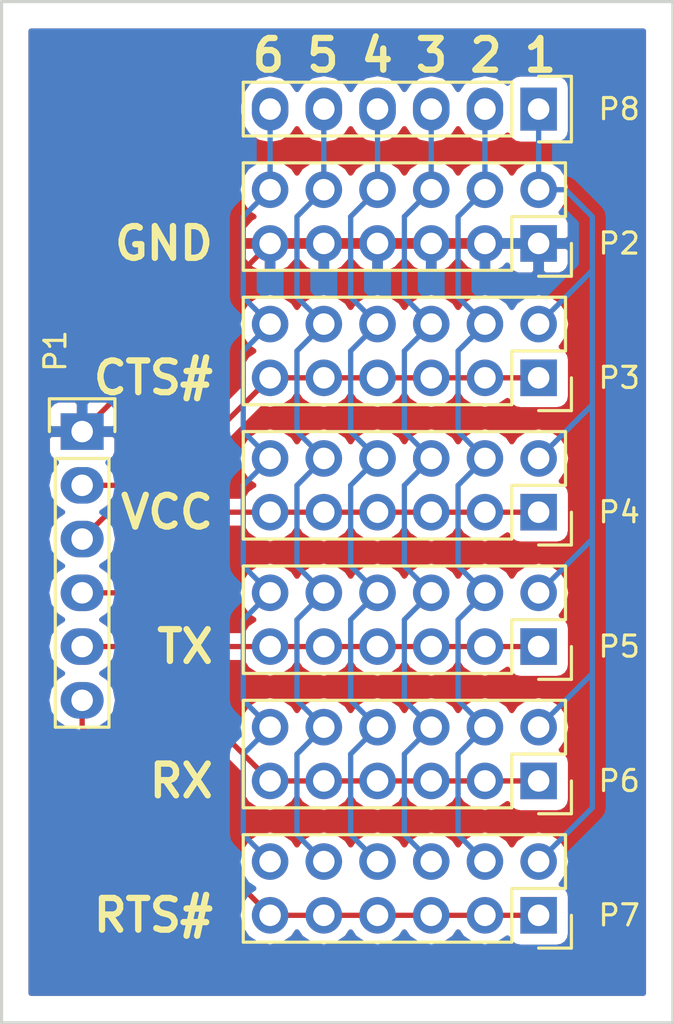
<source format=kicad_pcb>
(kicad_pcb (version 4) (host pcbnew 4.0.4-stable)

  (general
    (links 72)
    (no_connects 0)
    (area 129.464999 81.204999 161.365001 129.615001)
    (thickness 1.6)
    (drawings 11)
    (tracks 161)
    (zones 0)
    (modules 8)
    (nets 13)
  )

  (page A4)
  (layers
    (0 F.Cu signal)
    (31 B.Cu signal)
    (32 B.Adhes user)
    (33 F.Adhes user)
    (34 B.Paste user)
    (35 F.Paste user)
    (36 B.SilkS user)
    (37 F.SilkS user)
    (38 B.Mask user)
    (39 F.Mask user)
    (40 Dwgs.User user)
    (41 Cmts.User user)
    (42 Eco1.User user)
    (43 Eco2.User user)
    (44 Edge.Cuts user)
    (45 Margin user)
    (46 B.CrtYd user)
    (47 F.CrtYd user)
    (48 B.Fab user)
    (49 F.Fab user)
  )

  (setup
    (last_trace_width 0.25)
    (trace_clearance 0.2)
    (zone_clearance 0.508)
    (zone_45_only yes)
    (trace_min 0.2)
    (segment_width 0.2)
    (edge_width 0.15)
    (via_size 0.6)
    (via_drill 0.4)
    (via_min_size 0.4)
    (via_min_drill 0.3)
    (uvia_size 0.3)
    (uvia_drill 0.1)
    (uvias_allowed no)
    (uvia_min_size 0.2)
    (uvia_min_drill 0.1)
    (pcb_text_width 0.3)
    (pcb_text_size 1.5 1.5)
    (mod_edge_width 0.15)
    (mod_text_size 1 1)
    (mod_text_width 0.15)
    (pad_size 1.524 1.524)
    (pad_drill 0.762)
    (pad_to_mask_clearance 0.2)
    (aux_axis_origin 0 0)
    (visible_elements 7FFFFFFF)
    (pcbplotparams
      (layerselection 0x01030_80000001)
      (usegerberextensions false)
      (excludeedgelayer true)
      (linewidth 0.100000)
      (plotframeref false)
      (viasonmask false)
      (mode 1)
      (useauxorigin false)
      (hpglpennumber 1)
      (hpglpenspeed 20)
      (hpglpendiameter 15)
      (hpglpenoverlay 2)
      (psnegative false)
      (psa4output false)
      (plotreference true)
      (plotvalue false)
      (plotinvisibletext false)
      (padsonsilk false)
      (subtractmaskfromsilk false)
      (outputformat 1)
      (mirror false)
      (drillshape 0)
      (scaleselection 1)
      (outputdirectory gerbers/))
  )

  (net 0 "")
  (net 1 /GND)
  (net 2 /PC-CTS#)
  (net 3 /VCC)
  (net 4 /PC-TXD)
  (net 5 /PC-RXD)
  (net 6 /PC-RTS#)
  (net 7 /TGT-1)
  (net 8 /TGT-2)
  (net 9 /TGT-3)
  (net 10 /TGT-4)
  (net 11 /TGT-5)
  (net 12 /TGT-6)

  (net_class Default "This is the default net class."
    (clearance 0.2)
    (trace_width 0.25)
    (via_dia 0.6)
    (via_drill 0.4)
    (uvia_dia 0.3)
    (uvia_drill 0.1)
    (add_net /GND)
    (add_net /PC-CTS#)
    (add_net /PC-RTS#)
    (add_net /PC-RXD)
    (add_net /PC-TXD)
    (add_net /TGT-1)
    (add_net /TGT-2)
    (add_net /TGT-3)
    (add_net /TGT-4)
    (add_net /TGT-5)
    (add_net /TGT-6)
    (add_net /VCC)
  )

  (module Socket_Strips:Socket_Strip_Straight_1x06 (layer F.Cu) (tedit 588BACEC) (tstamp 588BA70C)
    (at 133.35 101.6 270)
    (descr "Through hole socket strip")
    (tags "socket strip")
    (path /588BA33E)
    (fp_text reference P1 (at -3.81 1.27 270) (layer F.SilkS)
      (effects (font (size 1 1) (thickness 0.15)))
    )
    (fp_text value CONN_01X06 (at 0 -3.1 270) (layer F.Fab)
      (effects (font (size 1 1) (thickness 0.15)))
    )
    (fp_line (start -1.75 -1.75) (end -1.75 1.75) (layer F.CrtYd) (width 0.05))
    (fp_line (start 14.45 -1.75) (end 14.45 1.75) (layer F.CrtYd) (width 0.05))
    (fp_line (start -1.75 -1.75) (end 14.45 -1.75) (layer F.CrtYd) (width 0.05))
    (fp_line (start -1.75 1.75) (end 14.45 1.75) (layer F.CrtYd) (width 0.05))
    (fp_line (start 1.27 1.27) (end 13.97 1.27) (layer F.SilkS) (width 0.15))
    (fp_line (start 13.97 1.27) (end 13.97 -1.27) (layer F.SilkS) (width 0.15))
    (fp_line (start 13.97 -1.27) (end 1.27 -1.27) (layer F.SilkS) (width 0.15))
    (fp_line (start -1.55 1.55) (end 0 1.55) (layer F.SilkS) (width 0.15))
    (fp_line (start 1.27 1.27) (end 1.27 -1.27) (layer F.SilkS) (width 0.15))
    (fp_line (start 0 -1.55) (end -1.55 -1.55) (layer F.SilkS) (width 0.15))
    (fp_line (start -1.55 -1.55) (end -1.55 1.55) (layer F.SilkS) (width 0.15))
    (pad 1 thru_hole rect (at 0 0 270) (size 1.7272 2.032) (drill 1.016) (layers *.Cu *.Mask)
      (net 1 /GND))
    (pad 2 thru_hole oval (at 2.54 0 270) (size 1.7272 2.032) (drill 1.016) (layers *.Cu *.Mask)
      (net 2 /PC-CTS#))
    (pad 3 thru_hole oval (at 5.08 0 270) (size 1.7272 2.032) (drill 1.016) (layers *.Cu *.Mask)
      (net 3 /VCC))
    (pad 4 thru_hole oval (at 7.62 0 270) (size 1.7272 2.032) (drill 1.016) (layers *.Cu *.Mask)
      (net 4 /PC-TXD))
    (pad 5 thru_hole oval (at 10.16 0 270) (size 1.7272 2.032) (drill 1.016) (layers *.Cu *.Mask)
      (net 5 /PC-RXD))
    (pad 6 thru_hole oval (at 12.7 0 270) (size 1.7272 2.032) (drill 1.016) (layers *.Cu *.Mask)
      (net 6 /PC-RTS#))
    (model Socket_Strips.3dshapes/Socket_Strip_Straight_1x06.wrl
      (at (xyz 0.25 0 0))
      (scale (xyz 1 1 1))
      (rotate (xyz 0 0 180))
    )
  )

  (module Socket_Strips:Socket_Strip_Straight_2x06 (layer F.Cu) (tedit 588BAD11) (tstamp 588BA71C)
    (at 154.94 92.71 180)
    (descr "Through hole socket strip")
    (tags "socket strip")
    (path /588BA592)
    (fp_text reference P2 (at -3.81 0 180) (layer F.SilkS)
      (effects (font (size 1 1) (thickness 0.15)))
    )
    (fp_text value CONN_02X06 (at 0 -3.1 180) (layer F.Fab)
      (effects (font (size 1 1) (thickness 0.15)))
    )
    (fp_line (start -1.75 -1.75) (end -1.75 4.3) (layer F.CrtYd) (width 0.05))
    (fp_line (start 14.45 -1.75) (end 14.45 4.3) (layer F.CrtYd) (width 0.05))
    (fp_line (start -1.75 -1.75) (end 14.45 -1.75) (layer F.CrtYd) (width 0.05))
    (fp_line (start -1.75 4.3) (end 14.45 4.3) (layer F.CrtYd) (width 0.05))
    (fp_line (start 13.97 3.81) (end -1.27 3.81) (layer F.SilkS) (width 0.15))
    (fp_line (start 1.27 -1.27) (end 13.97 -1.27) (layer F.SilkS) (width 0.15))
    (fp_line (start 13.97 3.81) (end 13.97 -1.27) (layer F.SilkS) (width 0.15))
    (fp_line (start -1.27 3.81) (end -1.27 1.27) (layer F.SilkS) (width 0.15))
    (fp_line (start 0 -1.55) (end -1.55 -1.55) (layer F.SilkS) (width 0.15))
    (fp_line (start -1.27 1.27) (end 1.27 1.27) (layer F.SilkS) (width 0.15))
    (fp_line (start 1.27 1.27) (end 1.27 -1.27) (layer F.SilkS) (width 0.15))
    (fp_line (start -1.55 -1.55) (end -1.55 0) (layer F.SilkS) (width 0.15))
    (pad 1 thru_hole rect (at 0 0 180) (size 1.7272 1.7272) (drill 1.016) (layers *.Cu *.Mask)
      (net 1 /GND))
    (pad 2 thru_hole oval (at 0 2.54 180) (size 1.7272 1.7272) (drill 1.016) (layers *.Cu *.Mask)
      (net 7 /TGT-1))
    (pad 3 thru_hole oval (at 2.54 0 180) (size 1.7272 1.7272) (drill 1.016) (layers *.Cu *.Mask)
      (net 1 /GND))
    (pad 4 thru_hole oval (at 2.54 2.54 180) (size 1.7272 1.7272) (drill 1.016) (layers *.Cu *.Mask)
      (net 8 /TGT-2))
    (pad 5 thru_hole oval (at 5.08 0 180) (size 1.7272 1.7272) (drill 1.016) (layers *.Cu *.Mask)
      (net 1 /GND))
    (pad 6 thru_hole oval (at 5.08 2.54 180) (size 1.7272 1.7272) (drill 1.016) (layers *.Cu *.Mask)
      (net 9 /TGT-3))
    (pad 7 thru_hole oval (at 7.62 0 180) (size 1.7272 1.7272) (drill 1.016) (layers *.Cu *.Mask)
      (net 1 /GND))
    (pad 8 thru_hole oval (at 7.62 2.54 180) (size 1.7272 1.7272) (drill 1.016) (layers *.Cu *.Mask)
      (net 10 /TGT-4))
    (pad 9 thru_hole oval (at 10.16 0 180) (size 1.7272 1.7272) (drill 1.016) (layers *.Cu *.Mask)
      (net 1 /GND))
    (pad 10 thru_hole oval (at 10.16 2.54 180) (size 1.7272 1.7272) (drill 1.016) (layers *.Cu *.Mask)
      (net 11 /TGT-5))
    (pad 11 thru_hole oval (at 12.7 0 180) (size 1.7272 1.7272) (drill 1.016) (layers *.Cu *.Mask)
      (net 1 /GND))
    (pad 12 thru_hole oval (at 12.7 2.54 180) (size 1.7272 1.7272) (drill 1.016) (layers *.Cu *.Mask)
      (net 12 /TGT-6))
    (model Socket_Strips.3dshapes/Socket_Strip_Straight_2x06.wrl
      (at (xyz 0.25 -0.05 0))
      (scale (xyz 1 1 1))
      (rotate (xyz 0 0 180))
    )
  )

  (module Socket_Strips:Socket_Strip_Straight_2x06 (layer F.Cu) (tedit 588BAD1D) (tstamp 588BA72C)
    (at 154.94 99.06 180)
    (descr "Through hole socket strip")
    (tags "socket strip")
    (path /588BB636)
    (fp_text reference P3 (at -3.81 0 180) (layer F.SilkS)
      (effects (font (size 1 1) (thickness 0.15)))
    )
    (fp_text value CONN_02X06 (at 0 -3.1 180) (layer F.Fab)
      (effects (font (size 1 1) (thickness 0.15)))
    )
    (fp_line (start -1.75 -1.75) (end -1.75 4.3) (layer F.CrtYd) (width 0.05))
    (fp_line (start 14.45 -1.75) (end 14.45 4.3) (layer F.CrtYd) (width 0.05))
    (fp_line (start -1.75 -1.75) (end 14.45 -1.75) (layer F.CrtYd) (width 0.05))
    (fp_line (start -1.75 4.3) (end 14.45 4.3) (layer F.CrtYd) (width 0.05))
    (fp_line (start 13.97 3.81) (end -1.27 3.81) (layer F.SilkS) (width 0.15))
    (fp_line (start 1.27 -1.27) (end 13.97 -1.27) (layer F.SilkS) (width 0.15))
    (fp_line (start 13.97 3.81) (end 13.97 -1.27) (layer F.SilkS) (width 0.15))
    (fp_line (start -1.27 3.81) (end -1.27 1.27) (layer F.SilkS) (width 0.15))
    (fp_line (start 0 -1.55) (end -1.55 -1.55) (layer F.SilkS) (width 0.15))
    (fp_line (start -1.27 1.27) (end 1.27 1.27) (layer F.SilkS) (width 0.15))
    (fp_line (start 1.27 1.27) (end 1.27 -1.27) (layer F.SilkS) (width 0.15))
    (fp_line (start -1.55 -1.55) (end -1.55 0) (layer F.SilkS) (width 0.15))
    (pad 1 thru_hole rect (at 0 0 180) (size 1.7272 1.7272) (drill 1.016) (layers *.Cu *.Mask)
      (net 2 /PC-CTS#))
    (pad 2 thru_hole oval (at 0 2.54 180) (size 1.7272 1.7272) (drill 1.016) (layers *.Cu *.Mask)
      (net 7 /TGT-1))
    (pad 3 thru_hole oval (at 2.54 0 180) (size 1.7272 1.7272) (drill 1.016) (layers *.Cu *.Mask)
      (net 2 /PC-CTS#))
    (pad 4 thru_hole oval (at 2.54 2.54 180) (size 1.7272 1.7272) (drill 1.016) (layers *.Cu *.Mask)
      (net 8 /TGT-2))
    (pad 5 thru_hole oval (at 5.08 0 180) (size 1.7272 1.7272) (drill 1.016) (layers *.Cu *.Mask)
      (net 2 /PC-CTS#))
    (pad 6 thru_hole oval (at 5.08 2.54 180) (size 1.7272 1.7272) (drill 1.016) (layers *.Cu *.Mask)
      (net 9 /TGT-3))
    (pad 7 thru_hole oval (at 7.62 0 180) (size 1.7272 1.7272) (drill 1.016) (layers *.Cu *.Mask)
      (net 2 /PC-CTS#))
    (pad 8 thru_hole oval (at 7.62 2.54 180) (size 1.7272 1.7272) (drill 1.016) (layers *.Cu *.Mask)
      (net 10 /TGT-4))
    (pad 9 thru_hole oval (at 10.16 0 180) (size 1.7272 1.7272) (drill 1.016) (layers *.Cu *.Mask)
      (net 2 /PC-CTS#))
    (pad 10 thru_hole oval (at 10.16 2.54 180) (size 1.7272 1.7272) (drill 1.016) (layers *.Cu *.Mask)
      (net 11 /TGT-5))
    (pad 11 thru_hole oval (at 12.7 0 180) (size 1.7272 1.7272) (drill 1.016) (layers *.Cu *.Mask)
      (net 2 /PC-CTS#))
    (pad 12 thru_hole oval (at 12.7 2.54 180) (size 1.7272 1.7272) (drill 1.016) (layers *.Cu *.Mask)
      (net 12 /TGT-6))
    (model Socket_Strips.3dshapes/Socket_Strip_Straight_2x06.wrl
      (at (xyz 0.25 -0.05 0))
      (scale (xyz 1 1 1))
      (rotate (xyz 0 0 180))
    )
  )

  (module Socket_Strips:Socket_Strip_Straight_2x06 (layer F.Cu) (tedit 588BAD20) (tstamp 588BA73C)
    (at 154.94 105.41 180)
    (descr "Through hole socket strip")
    (tags "socket strip")
    (path /588BB682)
    (fp_text reference P4 (at -3.81 0 180) (layer F.SilkS)
      (effects (font (size 1 1) (thickness 0.15)))
    )
    (fp_text value CONN_02X06 (at 0 -3.1 180) (layer F.Fab)
      (effects (font (size 1 1) (thickness 0.15)))
    )
    (fp_line (start -1.75 -1.75) (end -1.75 4.3) (layer F.CrtYd) (width 0.05))
    (fp_line (start 14.45 -1.75) (end 14.45 4.3) (layer F.CrtYd) (width 0.05))
    (fp_line (start -1.75 -1.75) (end 14.45 -1.75) (layer F.CrtYd) (width 0.05))
    (fp_line (start -1.75 4.3) (end 14.45 4.3) (layer F.CrtYd) (width 0.05))
    (fp_line (start 13.97 3.81) (end -1.27 3.81) (layer F.SilkS) (width 0.15))
    (fp_line (start 1.27 -1.27) (end 13.97 -1.27) (layer F.SilkS) (width 0.15))
    (fp_line (start 13.97 3.81) (end 13.97 -1.27) (layer F.SilkS) (width 0.15))
    (fp_line (start -1.27 3.81) (end -1.27 1.27) (layer F.SilkS) (width 0.15))
    (fp_line (start 0 -1.55) (end -1.55 -1.55) (layer F.SilkS) (width 0.15))
    (fp_line (start -1.27 1.27) (end 1.27 1.27) (layer F.SilkS) (width 0.15))
    (fp_line (start 1.27 1.27) (end 1.27 -1.27) (layer F.SilkS) (width 0.15))
    (fp_line (start -1.55 -1.55) (end -1.55 0) (layer F.SilkS) (width 0.15))
    (pad 1 thru_hole rect (at 0 0 180) (size 1.7272 1.7272) (drill 1.016) (layers *.Cu *.Mask)
      (net 3 /VCC))
    (pad 2 thru_hole oval (at 0 2.54 180) (size 1.7272 1.7272) (drill 1.016) (layers *.Cu *.Mask)
      (net 7 /TGT-1))
    (pad 3 thru_hole oval (at 2.54 0 180) (size 1.7272 1.7272) (drill 1.016) (layers *.Cu *.Mask)
      (net 3 /VCC))
    (pad 4 thru_hole oval (at 2.54 2.54 180) (size 1.7272 1.7272) (drill 1.016) (layers *.Cu *.Mask)
      (net 8 /TGT-2))
    (pad 5 thru_hole oval (at 5.08 0 180) (size 1.7272 1.7272) (drill 1.016) (layers *.Cu *.Mask)
      (net 3 /VCC))
    (pad 6 thru_hole oval (at 5.08 2.54 180) (size 1.7272 1.7272) (drill 1.016) (layers *.Cu *.Mask)
      (net 9 /TGT-3))
    (pad 7 thru_hole oval (at 7.62 0 180) (size 1.7272 1.7272) (drill 1.016) (layers *.Cu *.Mask)
      (net 3 /VCC))
    (pad 8 thru_hole oval (at 7.62 2.54 180) (size 1.7272 1.7272) (drill 1.016) (layers *.Cu *.Mask)
      (net 10 /TGT-4))
    (pad 9 thru_hole oval (at 10.16 0 180) (size 1.7272 1.7272) (drill 1.016) (layers *.Cu *.Mask)
      (net 3 /VCC))
    (pad 10 thru_hole oval (at 10.16 2.54 180) (size 1.7272 1.7272) (drill 1.016) (layers *.Cu *.Mask)
      (net 11 /TGT-5))
    (pad 11 thru_hole oval (at 12.7 0 180) (size 1.7272 1.7272) (drill 1.016) (layers *.Cu *.Mask)
      (net 3 /VCC))
    (pad 12 thru_hole oval (at 12.7 2.54 180) (size 1.7272 1.7272) (drill 1.016) (layers *.Cu *.Mask)
      (net 12 /TGT-6))
    (model Socket_Strips.3dshapes/Socket_Strip_Straight_2x06.wrl
      (at (xyz 0.25 -0.05 0))
      (scale (xyz 1 1 1))
      (rotate (xyz 0 0 180))
    )
  )

  (module Socket_Strips:Socket_Strip_Straight_2x06 (layer F.Cu) (tedit 588BAD23) (tstamp 588BA74C)
    (at 154.94 111.76 180)
    (descr "Through hole socket strip")
    (tags "socket strip")
    (path /588BB859)
    (fp_text reference P5 (at -3.81 0 180) (layer F.SilkS)
      (effects (font (size 1 1) (thickness 0.15)))
    )
    (fp_text value CONN_02X06 (at 0 -3.1 180) (layer F.Fab)
      (effects (font (size 1 1) (thickness 0.15)))
    )
    (fp_line (start -1.75 -1.75) (end -1.75 4.3) (layer F.CrtYd) (width 0.05))
    (fp_line (start 14.45 -1.75) (end 14.45 4.3) (layer F.CrtYd) (width 0.05))
    (fp_line (start -1.75 -1.75) (end 14.45 -1.75) (layer F.CrtYd) (width 0.05))
    (fp_line (start -1.75 4.3) (end 14.45 4.3) (layer F.CrtYd) (width 0.05))
    (fp_line (start 13.97 3.81) (end -1.27 3.81) (layer F.SilkS) (width 0.15))
    (fp_line (start 1.27 -1.27) (end 13.97 -1.27) (layer F.SilkS) (width 0.15))
    (fp_line (start 13.97 3.81) (end 13.97 -1.27) (layer F.SilkS) (width 0.15))
    (fp_line (start -1.27 3.81) (end -1.27 1.27) (layer F.SilkS) (width 0.15))
    (fp_line (start 0 -1.55) (end -1.55 -1.55) (layer F.SilkS) (width 0.15))
    (fp_line (start -1.27 1.27) (end 1.27 1.27) (layer F.SilkS) (width 0.15))
    (fp_line (start 1.27 1.27) (end 1.27 -1.27) (layer F.SilkS) (width 0.15))
    (fp_line (start -1.55 -1.55) (end -1.55 0) (layer F.SilkS) (width 0.15))
    (pad 1 thru_hole rect (at 0 0 180) (size 1.7272 1.7272) (drill 1.016) (layers *.Cu *.Mask)
      (net 4 /PC-TXD))
    (pad 2 thru_hole oval (at 0 2.54 180) (size 1.7272 1.7272) (drill 1.016) (layers *.Cu *.Mask)
      (net 7 /TGT-1))
    (pad 3 thru_hole oval (at 2.54 0 180) (size 1.7272 1.7272) (drill 1.016) (layers *.Cu *.Mask)
      (net 4 /PC-TXD))
    (pad 4 thru_hole oval (at 2.54 2.54 180) (size 1.7272 1.7272) (drill 1.016) (layers *.Cu *.Mask)
      (net 8 /TGT-2))
    (pad 5 thru_hole oval (at 5.08 0 180) (size 1.7272 1.7272) (drill 1.016) (layers *.Cu *.Mask)
      (net 4 /PC-TXD))
    (pad 6 thru_hole oval (at 5.08 2.54 180) (size 1.7272 1.7272) (drill 1.016) (layers *.Cu *.Mask)
      (net 9 /TGT-3))
    (pad 7 thru_hole oval (at 7.62 0 180) (size 1.7272 1.7272) (drill 1.016) (layers *.Cu *.Mask)
      (net 4 /PC-TXD))
    (pad 8 thru_hole oval (at 7.62 2.54 180) (size 1.7272 1.7272) (drill 1.016) (layers *.Cu *.Mask)
      (net 10 /TGT-4))
    (pad 9 thru_hole oval (at 10.16 0 180) (size 1.7272 1.7272) (drill 1.016) (layers *.Cu *.Mask)
      (net 4 /PC-TXD))
    (pad 10 thru_hole oval (at 10.16 2.54 180) (size 1.7272 1.7272) (drill 1.016) (layers *.Cu *.Mask)
      (net 11 /TGT-5))
    (pad 11 thru_hole oval (at 12.7 0 180) (size 1.7272 1.7272) (drill 1.016) (layers *.Cu *.Mask)
      (net 4 /PC-TXD))
    (pad 12 thru_hole oval (at 12.7 2.54 180) (size 1.7272 1.7272) (drill 1.016) (layers *.Cu *.Mask)
      (net 12 /TGT-6))
    (model Socket_Strips.3dshapes/Socket_Strip_Straight_2x06.wrl
      (at (xyz 0.25 -0.05 0))
      (scale (xyz 1 1 1))
      (rotate (xyz 0 0 180))
    )
  )

  (module Socket_Strips:Socket_Strip_Straight_2x06 (layer F.Cu) (tedit 588BAD28) (tstamp 588BA75C)
    (at 154.94 118.11 180)
    (descr "Through hole socket strip")
    (tags "socket strip")
    (path /588BBB65)
    (fp_text reference P6 (at -3.81 0 180) (layer F.SilkS)
      (effects (font (size 1 1) (thickness 0.15)))
    )
    (fp_text value CONN_02X06 (at 0 -3.1 180) (layer F.Fab)
      (effects (font (size 1 1) (thickness 0.15)))
    )
    (fp_line (start -1.75 -1.75) (end -1.75 4.3) (layer F.CrtYd) (width 0.05))
    (fp_line (start 14.45 -1.75) (end 14.45 4.3) (layer F.CrtYd) (width 0.05))
    (fp_line (start -1.75 -1.75) (end 14.45 -1.75) (layer F.CrtYd) (width 0.05))
    (fp_line (start -1.75 4.3) (end 14.45 4.3) (layer F.CrtYd) (width 0.05))
    (fp_line (start 13.97 3.81) (end -1.27 3.81) (layer F.SilkS) (width 0.15))
    (fp_line (start 1.27 -1.27) (end 13.97 -1.27) (layer F.SilkS) (width 0.15))
    (fp_line (start 13.97 3.81) (end 13.97 -1.27) (layer F.SilkS) (width 0.15))
    (fp_line (start -1.27 3.81) (end -1.27 1.27) (layer F.SilkS) (width 0.15))
    (fp_line (start 0 -1.55) (end -1.55 -1.55) (layer F.SilkS) (width 0.15))
    (fp_line (start -1.27 1.27) (end 1.27 1.27) (layer F.SilkS) (width 0.15))
    (fp_line (start 1.27 1.27) (end 1.27 -1.27) (layer F.SilkS) (width 0.15))
    (fp_line (start -1.55 -1.55) (end -1.55 0) (layer F.SilkS) (width 0.15))
    (pad 1 thru_hole rect (at 0 0 180) (size 1.7272 1.7272) (drill 1.016) (layers *.Cu *.Mask)
      (net 5 /PC-RXD))
    (pad 2 thru_hole oval (at 0 2.54 180) (size 1.7272 1.7272) (drill 1.016) (layers *.Cu *.Mask)
      (net 7 /TGT-1))
    (pad 3 thru_hole oval (at 2.54 0 180) (size 1.7272 1.7272) (drill 1.016) (layers *.Cu *.Mask)
      (net 5 /PC-RXD))
    (pad 4 thru_hole oval (at 2.54 2.54 180) (size 1.7272 1.7272) (drill 1.016) (layers *.Cu *.Mask)
      (net 8 /TGT-2))
    (pad 5 thru_hole oval (at 5.08 0 180) (size 1.7272 1.7272) (drill 1.016) (layers *.Cu *.Mask)
      (net 5 /PC-RXD))
    (pad 6 thru_hole oval (at 5.08 2.54 180) (size 1.7272 1.7272) (drill 1.016) (layers *.Cu *.Mask)
      (net 9 /TGT-3))
    (pad 7 thru_hole oval (at 7.62 0 180) (size 1.7272 1.7272) (drill 1.016) (layers *.Cu *.Mask)
      (net 5 /PC-RXD))
    (pad 8 thru_hole oval (at 7.62 2.54 180) (size 1.7272 1.7272) (drill 1.016) (layers *.Cu *.Mask)
      (net 10 /TGT-4))
    (pad 9 thru_hole oval (at 10.16 0 180) (size 1.7272 1.7272) (drill 1.016) (layers *.Cu *.Mask)
      (net 5 /PC-RXD))
    (pad 10 thru_hole oval (at 10.16 2.54 180) (size 1.7272 1.7272) (drill 1.016) (layers *.Cu *.Mask)
      (net 11 /TGT-5))
    (pad 11 thru_hole oval (at 12.7 0 180) (size 1.7272 1.7272) (drill 1.016) (layers *.Cu *.Mask)
      (net 5 /PC-RXD))
    (pad 12 thru_hole oval (at 12.7 2.54 180) (size 1.7272 1.7272) (drill 1.016) (layers *.Cu *.Mask)
      (net 12 /TGT-6))
    (model Socket_Strips.3dshapes/Socket_Strip_Straight_2x06.wrl
      (at (xyz 0.25 -0.05 0))
      (scale (xyz 1 1 1))
      (rotate (xyz 0 0 180))
    )
  )

  (module Socket_Strips:Socket_Strip_Straight_2x06 (layer F.Cu) (tedit 588BAD2B) (tstamp 588BA76C)
    (at 154.94 124.46 180)
    (descr "Through hole socket strip")
    (tags "socket strip")
    (path /588BBBB0)
    (fp_text reference P7 (at -3.81 0 180) (layer F.SilkS)
      (effects (font (size 1 1) (thickness 0.15)))
    )
    (fp_text value CONN_02X06 (at 0 -3.1 180) (layer F.Fab)
      (effects (font (size 1 1) (thickness 0.15)))
    )
    (fp_line (start -1.75 -1.75) (end -1.75 4.3) (layer F.CrtYd) (width 0.05))
    (fp_line (start 14.45 -1.75) (end 14.45 4.3) (layer F.CrtYd) (width 0.05))
    (fp_line (start -1.75 -1.75) (end 14.45 -1.75) (layer F.CrtYd) (width 0.05))
    (fp_line (start -1.75 4.3) (end 14.45 4.3) (layer F.CrtYd) (width 0.05))
    (fp_line (start 13.97 3.81) (end -1.27 3.81) (layer F.SilkS) (width 0.15))
    (fp_line (start 1.27 -1.27) (end 13.97 -1.27) (layer F.SilkS) (width 0.15))
    (fp_line (start 13.97 3.81) (end 13.97 -1.27) (layer F.SilkS) (width 0.15))
    (fp_line (start -1.27 3.81) (end -1.27 1.27) (layer F.SilkS) (width 0.15))
    (fp_line (start 0 -1.55) (end -1.55 -1.55) (layer F.SilkS) (width 0.15))
    (fp_line (start -1.27 1.27) (end 1.27 1.27) (layer F.SilkS) (width 0.15))
    (fp_line (start 1.27 1.27) (end 1.27 -1.27) (layer F.SilkS) (width 0.15))
    (fp_line (start -1.55 -1.55) (end -1.55 0) (layer F.SilkS) (width 0.15))
    (pad 1 thru_hole rect (at 0 0 180) (size 1.7272 1.7272) (drill 1.016) (layers *.Cu *.Mask)
      (net 6 /PC-RTS#))
    (pad 2 thru_hole oval (at 0 2.54 180) (size 1.7272 1.7272) (drill 1.016) (layers *.Cu *.Mask)
      (net 7 /TGT-1))
    (pad 3 thru_hole oval (at 2.54 0 180) (size 1.7272 1.7272) (drill 1.016) (layers *.Cu *.Mask)
      (net 6 /PC-RTS#))
    (pad 4 thru_hole oval (at 2.54 2.54 180) (size 1.7272 1.7272) (drill 1.016) (layers *.Cu *.Mask)
      (net 8 /TGT-2))
    (pad 5 thru_hole oval (at 5.08 0 180) (size 1.7272 1.7272) (drill 1.016) (layers *.Cu *.Mask)
      (net 6 /PC-RTS#))
    (pad 6 thru_hole oval (at 5.08 2.54 180) (size 1.7272 1.7272) (drill 1.016) (layers *.Cu *.Mask)
      (net 9 /TGT-3))
    (pad 7 thru_hole oval (at 7.62 0 180) (size 1.7272 1.7272) (drill 1.016) (layers *.Cu *.Mask)
      (net 6 /PC-RTS#))
    (pad 8 thru_hole oval (at 7.62 2.54 180) (size 1.7272 1.7272) (drill 1.016) (layers *.Cu *.Mask)
      (net 10 /TGT-4))
    (pad 9 thru_hole oval (at 10.16 0 180) (size 1.7272 1.7272) (drill 1.016) (layers *.Cu *.Mask)
      (net 6 /PC-RTS#))
    (pad 10 thru_hole oval (at 10.16 2.54 180) (size 1.7272 1.7272) (drill 1.016) (layers *.Cu *.Mask)
      (net 11 /TGT-5))
    (pad 11 thru_hole oval (at 12.7 0 180) (size 1.7272 1.7272) (drill 1.016) (layers *.Cu *.Mask)
      (net 6 /PC-RTS#))
    (pad 12 thru_hole oval (at 12.7 2.54 180) (size 1.7272 1.7272) (drill 1.016) (layers *.Cu *.Mask)
      (net 12 /TGT-6))
    (model Socket_Strips.3dshapes/Socket_Strip_Straight_2x06.wrl
      (at (xyz 0.25 -0.05 0))
      (scale (xyz 1 1 1))
      (rotate (xyz 0 0 180))
    )
  )

  (module Socket_Strips:Socket_Strip_Straight_1x06 (layer F.Cu) (tedit 588BAD17) (tstamp 588BA776)
    (at 154.94 86.36 180)
    (descr "Through hole socket strip")
    (tags "socket strip")
    (path /588BA2C1)
    (fp_text reference P8 (at -3.81 0 180) (layer F.SilkS)
      (effects (font (size 1 1) (thickness 0.15)))
    )
    (fp_text value CONN_01X06 (at 0 -3.1 180) (layer F.Fab)
      (effects (font (size 1 1) (thickness 0.15)))
    )
    (fp_line (start -1.75 -1.75) (end -1.75 1.75) (layer F.CrtYd) (width 0.05))
    (fp_line (start 14.45 -1.75) (end 14.45 1.75) (layer F.CrtYd) (width 0.05))
    (fp_line (start -1.75 -1.75) (end 14.45 -1.75) (layer F.CrtYd) (width 0.05))
    (fp_line (start -1.75 1.75) (end 14.45 1.75) (layer F.CrtYd) (width 0.05))
    (fp_line (start 1.27 1.27) (end 13.97 1.27) (layer F.SilkS) (width 0.15))
    (fp_line (start 13.97 1.27) (end 13.97 -1.27) (layer F.SilkS) (width 0.15))
    (fp_line (start 13.97 -1.27) (end 1.27 -1.27) (layer F.SilkS) (width 0.15))
    (fp_line (start -1.55 1.55) (end 0 1.55) (layer F.SilkS) (width 0.15))
    (fp_line (start 1.27 1.27) (end 1.27 -1.27) (layer F.SilkS) (width 0.15))
    (fp_line (start 0 -1.55) (end -1.55 -1.55) (layer F.SilkS) (width 0.15))
    (fp_line (start -1.55 -1.55) (end -1.55 1.55) (layer F.SilkS) (width 0.15))
    (pad 1 thru_hole rect (at 0 0 180) (size 1.7272 2.032) (drill 1.016) (layers *.Cu *.Mask)
      (net 7 /TGT-1))
    (pad 2 thru_hole oval (at 2.54 0 180) (size 1.7272 2.032) (drill 1.016) (layers *.Cu *.Mask)
      (net 8 /TGT-2))
    (pad 3 thru_hole oval (at 5.08 0 180) (size 1.7272 2.032) (drill 1.016) (layers *.Cu *.Mask)
      (net 9 /TGT-3))
    (pad 4 thru_hole oval (at 7.62 0 180) (size 1.7272 2.032) (drill 1.016) (layers *.Cu *.Mask)
      (net 10 /TGT-4))
    (pad 5 thru_hole oval (at 10.16 0 180) (size 1.7272 2.032) (drill 1.016) (layers *.Cu *.Mask)
      (net 11 /TGT-5))
    (pad 6 thru_hole oval (at 12.7 0 180) (size 1.7272 2.032) (drill 1.016) (layers *.Cu *.Mask)
      (net 12 /TGT-6))
    (model Socket_Strips.3dshapes/Socket_Strip_Straight_1x06.wrl
      (at (xyz 0.25 0 0))
      (scale (xyz 1 1 1))
      (rotate (xyz 0 0 180))
    )
  )

  (gr_line (start 129.54 81.28) (end 129.54 129.54) (angle 90) (layer Edge.Cuts) (width 0.15))
  (gr_line (start 161.29 81.28) (end 161.29 129.54) (angle 90) (layer Edge.Cuts) (width 0.15))
  (gr_line (start 129.54 129.54) (end 161.29 129.54) (angle 90) (layer Edge.Cuts) (width 0.15))
  (gr_line (start 161.29 81.28) (end 129.54 81.28) (angle 90) (layer Edge.Cuts) (width 0.15))
  (gr_text "6 5 4 3 2 1" (at 148.59 83.82) (layer F.SilkS)
    (effects (font (size 1.5 1.5) (thickness 0.3)))
  )
  (gr_text RTS# (at 139.7 124.46) (layer F.SilkS)
    (effects (font (size 1.5 1.5) (thickness 0.3)) (justify right))
  )
  (gr_text RX (at 139.7 118.11) (layer F.SilkS)
    (effects (font (size 1.5 1.5) (thickness 0.3)) (justify right))
  )
  (gr_text TX (at 139.7 111.76) (layer F.SilkS)
    (effects (font (size 1.5 1.5) (thickness 0.3)) (justify right))
  )
  (gr_text VCC (at 139.7 105.41) (layer F.SilkS)
    (effects (font (size 1.5 1.5) (thickness 0.3)) (justify right))
  )
  (gr_text CTS# (at 139.7 99.06) (layer F.SilkS)
    (effects (font (size 1.5 1.5) (thickness 0.3)) (justify right))
  )
  (gr_text GND (at 139.7 92.71) (layer F.SilkS)
    (effects (font (size 1.5 1.5) (thickness 0.3)) (justify right))
  )

  (segment (start 133.35 101.6) (end 142.24 92.71) (width 0.25) (layer F.Cu) (net 1))
  (segment (start 144.78 92.71) (end 142.24 92.71) (width 0.25) (layer F.Cu) (net 1) (status 30))
  (segment (start 144.78 92.71) (end 147.32 92.71) (width 0.25) (layer F.Cu) (net 1) (tstamp 588BA89C) (status 30))
  (segment (start 147.32 92.71) (end 149.86 92.71) (width 0.25) (layer F.Cu) (net 1) (tstamp 588BA89D) (status 30))
  (segment (start 149.86 92.71) (end 152.4 92.71) (width 0.25) (layer F.Cu) (net 1) (tstamp 588BA89E) (status 30))
  (segment (start 152.4 92.71) (end 154.94 92.71) (width 0.25) (layer F.Cu) (net 1) (tstamp 588BA89F) (status 30))
  (segment (start 133.35 101.6) (end 133.35 101.6) (width 0.25) (layer F.Cu) (net 1) (tstamp 588BA8B3) (status 20))
  (segment (start 147.32 99.06) (end 144.78 99.06) (width 0.25) (layer F.Cu) (net 2) (status 30))
  (segment (start 144.78 99.06) (end 142.24 99.06) (width 0.25) (layer F.Cu) (net 2) (tstamp 588BA9EB) (status 30))
  (segment (start 133.35 104.14) (end 137.16 104.14) (width 0.25) (layer F.Cu) (net 2) (status 10))
  (segment (start 137.16 104.14) (end 142.24 99.06) (width 0.25) (layer F.Cu) (net 2) (tstamp 588BA8C4) (status 20))
  (segment (start 147.32 99.06) (end 149.86 99.06) (width 0.25) (layer F.Cu) (net 2) (tstamp 588BA8CC) (status 30))
  (segment (start 149.86 99.06) (end 152.4 99.06) (width 0.25) (layer F.Cu) (net 2) (tstamp 588BA8CD) (status 30))
  (segment (start 152.4 99.06) (end 154.94 99.06) (width 0.25) (layer F.Cu) (net 2) (tstamp 588BA8CE) (status 30))
  (segment (start 147.32 105.41) (end 144.78 105.41) (width 0.25) (layer F.Cu) (net 3) (status 30))
  (segment (start 144.78 105.41) (end 142.24 105.41) (width 0.25) (layer F.Cu) (net 3) (tstamp 588BA8E7) (status 30))
  (segment (start 133.35 106.68) (end 134.62 105.41) (width 0.25) (layer F.Cu) (net 3) (status 10))
  (segment (start 134.62 105.41) (end 142.24 105.41) (width 0.25) (layer F.Cu) (net 3) (tstamp 588BA8D4) (status 20))
  (segment (start 147.32 105.41) (end 149.86 105.41) (width 0.25) (layer F.Cu) (net 3) (tstamp 588BA8D9) (status 30))
  (segment (start 149.86 105.41) (end 152.4 105.41) (width 0.25) (layer F.Cu) (net 3) (tstamp 588BA8DA) (status 30))
  (segment (start 152.4 105.41) (end 154.94 105.41) (width 0.25) (layer F.Cu) (net 3) (tstamp 588BA8DB) (status 30))
  (segment (start 133.35 109.22) (end 137.16 109.22) (width 0.25) (layer F.Cu) (net 4))
  (segment (start 137.16 109.22) (end 139.7 111.76) (width 0.25) (layer F.Cu) (net 4) (tstamp 588BC5C5))
  (segment (start 147.32 111.76) (end 144.78 111.76) (width 0.25) (layer F.Cu) (net 4) (status 30))
  (segment (start 144.78 111.76) (end 142.24 111.76) (width 0.25) (layer F.Cu) (net 4) (tstamp 588BA910) (status 30))
  (segment (start 139.7 111.76) (end 142.24 111.76) (width 0.25) (layer F.Cu) (net 4) (tstamp 588BC5C8) (status 20))
  (segment (start 147.32 111.76) (end 149.86 111.76) (width 0.25) (layer F.Cu) (net 4) (tstamp 588BA8F8) (status 30))
  (segment (start 149.86 111.76) (end 152.4 111.76) (width 0.25) (layer F.Cu) (net 4) (tstamp 588BA8F9) (status 30))
  (segment (start 152.4 111.76) (end 154.94 111.76) (width 0.25) (layer F.Cu) (net 4) (tstamp 588BA8FA) (status 30))
  (segment (start 147.32 118.11) (end 144.78 118.11) (width 0.25) (layer F.Cu) (net 5) (status 30))
  (segment (start 144.78 118.11) (end 142.24 118.11) (width 0.25) (layer F.Cu) (net 5) (tstamp 588BA927) (status 30))
  (segment (start 133.35 111.76) (end 135.89 111.76) (width 0.25) (layer F.Cu) (net 5) (status 10))
  (segment (start 135.89 111.76) (end 142.24 118.11) (width 0.25) (layer F.Cu) (net 5) (tstamp 588BA917) (status 20))
  (segment (start 147.32 118.11) (end 149.86 118.11) (width 0.25) (layer F.Cu) (net 5) (tstamp 588BA91C) (status 30))
  (segment (start 149.86 118.11) (end 152.4 118.11) (width 0.25) (layer F.Cu) (net 5) (tstamp 588BA91D) (status 30))
  (segment (start 152.4 118.11) (end 154.94 118.11) (width 0.25) (layer F.Cu) (net 5) (tstamp 588BA91E) (status 30))
  (segment (start 147.32 124.46) (end 144.78 124.46) (width 0.25) (layer F.Cu) (net 6) (status 30))
  (segment (start 144.78 124.46) (end 142.24 124.46) (width 0.25) (layer F.Cu) (net 6) (tstamp 588BA950) (status 30))
  (segment (start 133.35 114.3) (end 133.35 115.57) (width 0.25) (layer F.Cu) (net 6) (status 10))
  (segment (start 133.35 115.57) (end 142.24 124.46) (width 0.25) (layer F.Cu) (net 6) (tstamp 588BA941) (status 20))
  (segment (start 147.32 124.46) (end 149.86 124.46) (width 0.25) (layer F.Cu) (net 6) (tstamp 588BA946) (status 30))
  (segment (start 149.86 124.46) (end 152.4 124.46) (width 0.25) (layer F.Cu) (net 6) (tstamp 588BA947) (status 30))
  (segment (start 152.4 124.46) (end 154.94 124.46) (width 0.25) (layer F.Cu) (net 6) (tstamp 588BA948) (status 30))
  (segment (start 154.94 109.22) (end 157.48 106.68) (width 0.25) (layer B.Cu) (net 7) (status 10))
  (segment (start 157.48 113.03) (end 157.48 106.68) (width 0.25) (layer B.Cu) (net 7) (tstamp 588BAAB0))
  (segment (start 157.48 91.44) (end 156.21 90.17) (width 0.25) (layer B.Cu) (net 7))
  (segment (start 156.21 90.17) (end 154.94 90.17) (width 0.25) (layer B.Cu) (net 7) (tstamp 588BAAD6) (status 20))
  (segment (start 154.94 90.17) (end 154.94 86.36) (width 0.25) (layer B.Cu) (net 7) (status 10))
  (segment (start 154.94 96.52) (end 157.48 93.98) (width 0.25) (layer B.Cu) (net 7) (status 10))
  (segment (start 154.94 102.87) (end 157.48 100.33) (width 0.25) (layer B.Cu) (net 7) (status 10))
  (segment (start 154.94 115.57) (end 157.48 113.03) (width 0.25) (layer B.Cu) (net 7) (status 10))
  (segment (start 154.94 121.92) (end 157.48 119.38) (width 0.25) (layer B.Cu) (net 7) (status 10))
  (segment (start 157.48 119.38) (end 157.48 113.03) (width 0.25) (layer B.Cu) (net 7) (tstamp 588BAAA6))
  (segment (start 157.48 106.68) (end 157.48 100.33) (width 0.25) (layer B.Cu) (net 7) (tstamp 588BAAB8))
  (segment (start 157.48 100.33) (end 157.48 93.98) (width 0.25) (layer B.Cu) (net 7) (tstamp 588BAABC))
  (segment (start 157.48 93.98) (end 157.48 91.44) (width 0.25) (layer B.Cu) (net 7) (tstamp 588BAAC3))
  (segment (start 151.13 110.49) (end 152.4 109.22) (width 0.25) (layer B.Cu) (net 8) (tstamp 588BAA66) (status 20))
  (segment (start 151.13 107.95) (end 151.13 104.14) (width 0.25) (layer B.Cu) (net 8) (tstamp 588BAA6C))
  (segment (start 151.13 104.14) (end 152.4 102.87) (width 0.25) (layer B.Cu) (net 8) (tstamp 588BAA6E) (status 20))
  (segment (start 152.4 121.92) (end 152.4 121.92) (width 0.25) (layer B.Cu) (net 8) (status 10))
  (segment (start 151.13 116.84) (end 152.4 115.57) (width 0.25) (layer B.Cu) (net 8) (tstamp 588BAA5E) (status 20))
  (segment (start 151.13 120.65) (end 151.13 116.84) (width 0.25) (layer B.Cu) (net 8) (tstamp 588BAA5C))
  (segment (start 152.4 121.92) (end 151.13 120.65) (width 0.25) (layer B.Cu) (net 8) (tstamp 588BAA5A))
  (segment (start 152.4 115.57) (end 152.4 115.57) (width 0.25) (layer B.Cu) (net 8) (tstamp 588BAA60) (status 10))
  (segment (start 152.4 115.57) (end 151.13 114.3) (width 0.25) (layer B.Cu) (net 8) (tstamp 588BAA62))
  (segment (start 151.13 114.3) (end 151.13 110.49) (width 0.25) (layer B.Cu) (net 8) (tstamp 588BAA64))
  (segment (start 152.4 109.22) (end 152.4 109.22) (width 0.25) (layer B.Cu) (net 8) (tstamp 588BAA68) (status 10))
  (segment (start 152.4 109.22) (end 151.13 107.95) (width 0.25) (layer B.Cu) (net 8) (tstamp 588BAA6A))
  (segment (start 152.4 102.87) (end 152.4 102.87) (width 0.25) (layer B.Cu) (net 8) (tstamp 588BAA70) (status 10))
  (segment (start 152.4 102.87) (end 151.13 101.6) (width 0.25) (layer B.Cu) (net 8) (tstamp 588BAA72))
  (segment (start 151.13 101.6) (end 151.13 97.79) (width 0.25) (layer B.Cu) (net 8) (tstamp 588BAA74))
  (segment (start 151.13 97.79) (end 152.4 96.52) (width 0.25) (layer B.Cu) (net 8) (tstamp 588BAA76) (status 20))
  (segment (start 152.4 96.52) (end 152.4 96.52) (width 0.25) (layer B.Cu) (net 8) (tstamp 588BAA78) (status C00010))
  (segment (start 152.4 96.52) (end 151.13 95.25) (width 0.25) (layer B.Cu) (net 8) (tstamp 588BAA7A) (status 400000))
  (segment (start 151.13 95.25) (end 151.13 91.44) (width 0.25) (layer B.Cu) (net 8) (tstamp 588BAA7C))
  (segment (start 151.13 91.44) (end 152.4 90.17) (width 0.25) (layer B.Cu) (net 8) (tstamp 588BAA7E) (status 20))
  (segment (start 152.4 90.17) (end 152.4 86.36) (width 0.25) (layer B.Cu) (net 8) (tstamp 588BAA80) (status 10))
  (segment (start 148.59 110.49) (end 149.86 109.22) (width 0.25) (layer B.Cu) (net 9) (tstamp 588BAA3C) (status 20))
  (segment (start 148.59 107.95) (end 148.59 104.14) (width 0.25) (layer B.Cu) (net 9) (tstamp 588BAA42))
  (segment (start 148.59 104.14) (end 149.86 102.87) (width 0.25) (layer B.Cu) (net 9) (tstamp 588BAA44) (status 20))
  (segment (start 149.86 121.92) (end 149.86 121.92) (width 0.25) (layer B.Cu) (net 9) (status 10))
  (segment (start 148.59 116.84) (end 149.86 115.57) (width 0.25) (layer B.Cu) (net 9) (tstamp 588BAA34) (status 20))
  (segment (start 148.59 120.65) (end 148.59 116.84) (width 0.25) (layer B.Cu) (net 9) (tstamp 588BAA32))
  (segment (start 149.86 121.92) (end 148.59 120.65) (width 0.25) (layer B.Cu) (net 9) (tstamp 588BAA2F))
  (segment (start 149.86 115.57) (end 149.86 115.57) (width 0.25) (layer B.Cu) (net 9) (tstamp 588BAA36) (status 10))
  (segment (start 149.86 115.57) (end 148.59 114.3) (width 0.25) (layer B.Cu) (net 9) (tstamp 588BAA38))
  (segment (start 148.59 114.3) (end 148.59 110.49) (width 0.25) (layer B.Cu) (net 9) (tstamp 588BAA3A))
  (segment (start 149.86 109.22) (end 149.86 109.22) (width 0.25) (layer B.Cu) (net 9) (tstamp 588BAA3E) (status 10))
  (segment (start 149.86 109.22) (end 148.59 107.95) (width 0.25) (layer B.Cu) (net 9) (tstamp 588BAA40))
  (segment (start 149.86 102.87) (end 149.86 102.87) (width 0.25) (layer B.Cu) (net 9) (tstamp 588BAA46) (status 10))
  (segment (start 149.86 102.87) (end 148.59 101.6) (width 0.25) (layer B.Cu) (net 9) (tstamp 588BAA48))
  (segment (start 148.59 101.6) (end 148.59 97.79) (width 0.25) (layer B.Cu) (net 9) (tstamp 588BAA4A))
  (segment (start 148.59 97.79) (end 149.86 96.52) (width 0.25) (layer B.Cu) (net 9) (tstamp 588BAA4C) (status 20))
  (segment (start 149.86 96.52) (end 149.86 96.52) (width 0.25) (layer B.Cu) (net 9) (tstamp 588BAA4E) (status C00010))
  (segment (start 149.86 96.52) (end 148.59 95.25) (width 0.25) (layer B.Cu) (net 9) (tstamp 588BAA50) (status 400000))
  (segment (start 148.59 95.25) (end 148.59 91.44) (width 0.25) (layer B.Cu) (net 9) (tstamp 588BAA52))
  (segment (start 148.59 91.44) (end 149.86 90.17) (width 0.25) (layer B.Cu) (net 9) (tstamp 588BAA54) (status 20))
  (segment (start 149.86 90.17) (end 149.86 86.36) (width 0.25) (layer B.Cu) (net 9) (tstamp 588BAA56) (status 10))
  (segment (start 146.05 110.49) (end 147.32 109.22) (width 0.25) (layer B.Cu) (net 10) (tstamp 588BAA0E) (status 20))
  (segment (start 146.05 107.95) (end 146.05 104.14) (width 0.25) (layer B.Cu) (net 10) (tstamp 588BAA12))
  (segment (start 146.05 104.14) (end 147.32 102.87) (width 0.25) (layer B.Cu) (net 10) (tstamp 588BAA14) (status 20))
  (segment (start 147.32 121.92) (end 147.32 121.92) (width 0.25) (layer B.Cu) (net 10) (status 10))
  (segment (start 146.05 116.84) (end 147.32 115.57) (width 0.25) (layer B.Cu) (net 10) (tstamp 588BAA07) (status 20))
  (segment (start 146.05 120.65) (end 146.05 116.84) (width 0.25) (layer B.Cu) (net 10) (tstamp 588BAA05))
  (segment (start 147.32 121.92) (end 146.05 120.65) (width 0.25) (layer B.Cu) (net 10) (tstamp 588BAA02))
  (segment (start 147.32 115.57) (end 147.32 115.57) (width 0.25) (layer B.Cu) (net 10) (tstamp 588BAA09) (status 10))
  (segment (start 147.32 115.57) (end 146.05 114.3) (width 0.25) (layer B.Cu) (net 10) (tstamp 588BAA0A))
  (segment (start 146.05 114.3) (end 146.05 110.49) (width 0.25) (layer B.Cu) (net 10) (tstamp 588BAA0C))
  (segment (start 147.32 109.22) (end 147.32 109.22) (width 0.25) (layer B.Cu) (net 10) (tstamp 588BAA0F) (status 10))
  (segment (start 147.32 109.22) (end 146.05 107.95) (width 0.25) (layer B.Cu) (net 10) (tstamp 588BAA10))
  (segment (start 147.32 102.87) (end 147.32 102.87) (width 0.25) (layer B.Cu) (net 10) (tstamp 588BAA16) (status 10))
  (segment (start 147.32 102.87) (end 146.05 101.6) (width 0.25) (layer B.Cu) (net 10) (tstamp 588BAA18))
  (segment (start 146.05 101.6) (end 146.05 97.79) (width 0.25) (layer B.Cu) (net 10) (tstamp 588BAA1A))
  (segment (start 146.05 97.79) (end 147.32 96.52) (width 0.25) (layer B.Cu) (net 10) (tstamp 588BAA1C) (status 20))
  (segment (start 147.32 96.52) (end 147.32 96.52) (width 0.25) (layer B.Cu) (net 10) (tstamp 588BAA1E) (status C00010))
  (segment (start 147.32 96.52) (end 146.05 95.25) (width 0.25) (layer B.Cu) (net 10) (tstamp 588BAA20) (status 400000))
  (segment (start 146.05 95.25) (end 146.05 91.44) (width 0.25) (layer B.Cu) (net 10) (tstamp 588BAA22))
  (segment (start 146.05 91.44) (end 147.32 90.17) (width 0.25) (layer B.Cu) (net 10) (tstamp 588BAA24) (status 20))
  (segment (start 147.32 90.17) (end 147.32 86.36) (width 0.25) (layer B.Cu) (net 10) (tstamp 588BAA26) (status 10))
  (segment (start 143.51 110.49) (end 144.78 109.22) (width 0.25) (layer B.Cu) (net 11) (tstamp 588BA9C1) (status 20))
  (segment (start 143.51 104.14) (end 144.78 102.87) (width 0.25) (layer B.Cu) (net 11) (tstamp 588BA9C9) (status 20))
  (segment (start 143.51 107.95) (end 143.51 104.14) (width 0.25) (layer B.Cu) (net 11) (tstamp 588BA9C7))
  (segment (start 143.51 97.79) (end 143.51 101.6) (width 0.25) (layer B.Cu) (net 11))
  (segment (start 144.78 96.52) (end 143.51 97.79) (width 0.25) (layer B.Cu) (net 11) (tstamp 588BA9D1) (status 10))
  (segment (start 144.78 102.87) (end 143.51 101.6) (width 0.25) (layer B.Cu) (net 11) (tstamp 588BA9CD))
  (segment (start 144.78 102.87) (end 144.78 102.87) (width 0.25) (layer B.Cu) (net 11) (tstamp 588BA9CB) (status 20))
  (segment (start 144.78 121.92) (end 144.78 121.92) (width 0.25) (layer B.Cu) (net 11) (status 10))
  (segment (start 143.51 116.84) (end 144.78 115.57) (width 0.25) (layer B.Cu) (net 11) (tstamp 588BA9BA) (status 20))
  (segment (start 143.51 120.65) (end 143.51 116.84) (width 0.25) (layer B.Cu) (net 11) (tstamp 588BA9B8))
  (segment (start 144.78 121.92) (end 143.51 120.65) (width 0.25) (layer B.Cu) (net 11) (tstamp 588BA9B5))
  (segment (start 144.78 115.57) (end 144.78 115.57) (width 0.25) (layer B.Cu) (net 11) (tstamp 588BA9BC) (status 10))
  (segment (start 144.78 115.57) (end 143.51 114.3) (width 0.25) (layer B.Cu) (net 11) (tstamp 588BA9BD))
  (segment (start 143.51 114.3) (end 143.51 110.49) (width 0.25) (layer B.Cu) (net 11) (tstamp 588BA9BF))
  (segment (start 144.78 109.22) (end 144.78 109.22) (width 0.25) (layer B.Cu) (net 11) (tstamp 588BA9C3) (status 10))
  (segment (start 144.78 109.22) (end 143.51 107.95) (width 0.25) (layer B.Cu) (net 11) (tstamp 588BA9C5))
  (segment (start 144.78 96.52) (end 144.78 96.52) (width 0.25) (layer B.Cu) (net 11) (tstamp 588BA9D3) (status C00010))
  (segment (start 144.78 96.52) (end 143.51 95.25) (width 0.25) (layer B.Cu) (net 11) (tstamp 588BA9D5) (status 400000))
  (segment (start 143.51 95.25) (end 143.51 91.44) (width 0.25) (layer B.Cu) (net 11) (tstamp 588BA9D7))
  (segment (start 143.51 91.44) (end 144.78 90.17) (width 0.25) (layer B.Cu) (net 11) (tstamp 588BA9D9) (status 20))
  (segment (start 144.78 90.17) (end 144.78 86.36) (width 0.25) (layer B.Cu) (net 11) (tstamp 588BA9DB) (status 10))
  (segment (start 140.97 110.49) (end 142.24 109.22) (width 0.25) (layer B.Cu) (net 12) (tstamp 588BA978) (status 20))
  (segment (start 140.97 107.95) (end 140.97 104.14) (width 0.25) (layer B.Cu) (net 12) (tstamp 588BA980))
  (segment (start 140.97 104.14) (end 142.24 102.87) (width 0.25) (layer B.Cu) (net 12) (tstamp 588BA982) (status 20))
  (segment (start 142.24 121.92) (end 142.24 121.92) (width 0.25) (layer B.Cu) (net 12) (status 10))
  (segment (start 140.97 116.84) (end 142.24 115.57) (width 0.25) (layer B.Cu) (net 12) (tstamp 588BA96B) (status 20))
  (segment (start 140.97 120.65) (end 140.97 116.84) (width 0.25) (layer B.Cu) (net 12) (tstamp 588BA968))
  (segment (start 142.24 121.92) (end 140.97 120.65) (width 0.25) (layer B.Cu) (net 12) (tstamp 588BA95B))
  (segment (start 142.24 115.57) (end 142.24 115.57) (width 0.25) (layer B.Cu) (net 12) (tstamp 588BA96D) (status 10))
  (segment (start 142.24 115.57) (end 140.97 114.3) (width 0.25) (layer B.Cu) (net 12) (tstamp 588BA970))
  (segment (start 140.97 114.3) (end 140.97 110.49) (width 0.25) (layer B.Cu) (net 12) (tstamp 588BA976))
  (segment (start 142.24 109.22) (end 142.24 109.22) (width 0.25) (layer B.Cu) (net 12) (tstamp 588BA97A) (status 10))
  (segment (start 142.24 109.22) (end 140.97 107.95) (width 0.25) (layer B.Cu) (net 12) (tstamp 588BA97B))
  (segment (start 142.24 102.87) (end 142.24 102.87) (width 0.25) (layer B.Cu) (net 12) (tstamp 588BA984) (status 10))
  (segment (start 142.24 102.87) (end 140.97 101.6) (width 0.25) (layer B.Cu) (net 12) (tstamp 588BA98A))
  (segment (start 140.97 101.6) (end 140.97 97.79) (width 0.25) (layer B.Cu) (net 12) (tstamp 588BA98D))
  (segment (start 140.97 97.79) (end 142.24 96.52) (width 0.25) (layer B.Cu) (net 12) (tstamp 588BA98F) (status 20))
  (segment (start 142.24 96.52) (end 142.24 96.52) (width 0.25) (layer B.Cu) (net 12) (tstamp 588BA991) (status C00010))
  (segment (start 142.24 96.52) (end 140.97 95.25) (width 0.25) (layer B.Cu) (net 12) (tstamp 588BA992) (status 400000))
  (segment (start 140.97 95.25) (end 140.97 91.44) (width 0.25) (layer B.Cu) (net 12) (tstamp 588BA995))
  (segment (start 140.97 91.44) (end 142.24 90.17) (width 0.25) (layer B.Cu) (net 12) (tstamp 588BA997) (status 20))
  (segment (start 142.24 90.17) (end 142.24 86.36) (width 0.25) (layer B.Cu) (net 12) (tstamp 588BA998) (status 10))

  (zone (net 1) (net_name /GND) (layer F.Cu) (tstamp 588BAE7F) (hatch edge 0.508)
    (connect_pads (clearance 0.508))
    (min_thickness 0.254)
    (fill yes (arc_segments 16) (thermal_gap 0.508) (thermal_bridge_width 0.508))
    (polygon
      (pts
        (xy 160.02 128.27) (xy 130.81 128.27) (xy 130.81 82.55) (xy 160.02 82.55)
      )
    )
    (filled_polygon
      (pts
        (xy 159.893 128.143) (xy 130.937 128.143) (xy 130.937 104.14) (xy 131.666655 104.14) (xy 131.780729 104.713489)
        (xy 132.105585 105.19967) (xy 132.420366 105.41) (xy 132.105585 105.62033) (xy 131.780729 106.106511) (xy 131.666655 106.68)
        (xy 131.780729 107.253489) (xy 132.105585 107.73967) (xy 132.420366 107.95) (xy 132.105585 108.16033) (xy 131.780729 108.646511)
        (xy 131.666655 109.22) (xy 131.780729 109.793489) (xy 132.105585 110.27967) (xy 132.420366 110.49) (xy 132.105585 110.70033)
        (xy 131.780729 111.186511) (xy 131.666655 111.76) (xy 131.780729 112.333489) (xy 132.105585 112.81967) (xy 132.420366 113.03)
        (xy 132.105585 113.24033) (xy 131.780729 113.726511) (xy 131.666655 114.3) (xy 131.780729 114.873489) (xy 132.105585 115.35967)
        (xy 132.591766 115.684526) (xy 132.613647 115.688878) (xy 132.647852 115.860839) (xy 132.812599 116.107401) (xy 140.787225 124.082027)
        (xy 140.712041 124.46) (xy 140.826115 125.033489) (xy 141.150971 125.51967) (xy 141.637152 125.844526) (xy 142.210641 125.9586)
        (xy 142.269359 125.9586) (xy 142.842848 125.844526) (xy 143.329029 125.51967) (xy 143.51 125.248828) (xy 143.690971 125.51967)
        (xy 144.177152 125.844526) (xy 144.750641 125.9586) (xy 144.809359 125.9586) (xy 145.382848 125.844526) (xy 145.869029 125.51967)
        (xy 146.05 125.248828) (xy 146.230971 125.51967) (xy 146.717152 125.844526) (xy 147.290641 125.9586) (xy 147.349359 125.9586)
        (xy 147.922848 125.844526) (xy 148.409029 125.51967) (xy 148.59 125.248828) (xy 148.770971 125.51967) (xy 149.257152 125.844526)
        (xy 149.830641 125.9586) (xy 149.889359 125.9586) (xy 150.462848 125.844526) (xy 150.949029 125.51967) (xy 151.13 125.248828)
        (xy 151.310971 125.51967) (xy 151.797152 125.844526) (xy 152.370641 125.9586) (xy 152.429359 125.9586) (xy 153.002848 125.844526)
        (xy 153.468442 125.533426) (xy 153.473238 125.558917) (xy 153.61231 125.775041) (xy 153.82451 125.920031) (xy 154.0764 125.97104)
        (xy 155.8036 125.97104) (xy 156.038917 125.926762) (xy 156.255041 125.78769) (xy 156.400031 125.57549) (xy 156.45104 125.3236)
        (xy 156.45104 123.5964) (xy 156.406762 123.361083) (xy 156.26769 123.144959) (xy 156.05549 122.999969) (xy 156.011869 122.991136)
        (xy 156.029029 122.97967) (xy 156.353885 122.493489) (xy 156.467959 121.92) (xy 156.353885 121.346511) (xy 156.029029 120.86033)
        (xy 155.542848 120.535474) (xy 154.969359 120.4214) (xy 154.910641 120.4214) (xy 154.337152 120.535474) (xy 153.850971 120.86033)
        (xy 153.67 121.131172) (xy 153.489029 120.86033) (xy 153.002848 120.535474) (xy 152.429359 120.4214) (xy 152.370641 120.4214)
        (xy 151.797152 120.535474) (xy 151.310971 120.86033) (xy 151.13 121.131172) (xy 150.949029 120.86033) (xy 150.462848 120.535474)
        (xy 149.889359 120.4214) (xy 149.830641 120.4214) (xy 149.257152 120.535474) (xy 148.770971 120.86033) (xy 148.59 121.131172)
        (xy 148.409029 120.86033) (xy 147.922848 120.535474) (xy 147.349359 120.4214) (xy 147.290641 120.4214) (xy 146.717152 120.535474)
        (xy 146.230971 120.86033) (xy 146.05 121.131172) (xy 145.869029 120.86033) (xy 145.382848 120.535474) (xy 144.809359 120.4214)
        (xy 144.750641 120.4214) (xy 144.177152 120.535474) (xy 143.690971 120.86033) (xy 143.51 121.131172) (xy 143.329029 120.86033)
        (xy 142.842848 120.535474) (xy 142.269359 120.4214) (xy 142.210641 120.4214) (xy 141.637152 120.535474) (xy 141.150971 120.86033)
        (xy 140.826115 121.346511) (xy 140.722454 121.867652) (xy 134.366656 115.511854) (xy 134.594415 115.35967) (xy 134.919271 114.873489)
        (xy 135.033345 114.3) (xy 134.919271 113.726511) (xy 134.594415 113.24033) (xy 134.279634 113.03) (xy 134.594415 112.81967)
        (xy 134.794648 112.52) (xy 135.575198 112.52) (xy 140.787225 117.732027) (xy 140.712041 118.11) (xy 140.826115 118.683489)
        (xy 141.150971 119.16967) (xy 141.637152 119.494526) (xy 142.210641 119.6086) (xy 142.269359 119.6086) (xy 142.842848 119.494526)
        (xy 143.329029 119.16967) (xy 143.51 118.898828) (xy 143.690971 119.16967) (xy 144.177152 119.494526) (xy 144.750641 119.6086)
        (xy 144.809359 119.6086) (xy 145.382848 119.494526) (xy 145.869029 119.16967) (xy 146.05 118.898828) (xy 146.230971 119.16967)
        (xy 146.717152 119.494526) (xy 147.290641 119.6086) (xy 147.349359 119.6086) (xy 147.922848 119.494526) (xy 148.409029 119.16967)
        (xy 148.59 118.898828) (xy 148.770971 119.16967) (xy 149.257152 119.494526) (xy 149.830641 119.6086) (xy 149.889359 119.6086)
        (xy 150.462848 119.494526) (xy 150.949029 119.16967) (xy 151.13 118.898828) (xy 151.310971 119.16967) (xy 151.797152 119.494526)
        (xy 152.370641 119.6086) (xy 152.429359 119.6086) (xy 153.002848 119.494526) (xy 153.468442 119.183426) (xy 153.473238 119.208917)
        (xy 153.61231 119.425041) (xy 153.82451 119.570031) (xy 154.0764 119.62104) (xy 155.8036 119.62104) (xy 156.038917 119.576762)
        (xy 156.255041 119.43769) (xy 156.400031 119.22549) (xy 156.45104 118.9736) (xy 156.45104 117.2464) (xy 156.406762 117.011083)
        (xy 156.26769 116.794959) (xy 156.05549 116.649969) (xy 156.011869 116.641136) (xy 156.029029 116.62967) (xy 156.353885 116.143489)
        (xy 156.467959 115.57) (xy 156.353885 114.996511) (xy 156.029029 114.51033) (xy 155.542848 114.185474) (xy 154.969359 114.0714)
        (xy 154.910641 114.0714) (xy 154.337152 114.185474) (xy 153.850971 114.51033) (xy 153.67 114.781172) (xy 153.489029 114.51033)
        (xy 153.002848 114.185474) (xy 152.429359 114.0714) (xy 152.370641 114.0714) (xy 151.797152 114.185474) (xy 151.310971 114.51033)
        (xy 151.13 114.781172) (xy 150.949029 114.51033) (xy 150.462848 114.185474) (xy 149.889359 114.0714) (xy 149.830641 114.0714)
        (xy 149.257152 114.185474) (xy 148.770971 114.51033) (xy 148.59 114.781172) (xy 148.409029 114.51033) (xy 147.922848 114.185474)
        (xy 147.349359 114.0714) (xy 147.290641 114.0714) (xy 146.717152 114.185474) (xy 146.230971 114.51033) (xy 146.05 114.781172)
        (xy 145.869029 114.51033) (xy 145.382848 114.185474) (xy 144.809359 114.0714) (xy 144.750641 114.0714) (xy 144.177152 114.185474)
        (xy 143.690971 114.51033) (xy 143.51 114.781172) (xy 143.329029 114.51033) (xy 142.842848 114.185474) (xy 142.269359 114.0714)
        (xy 142.210641 114.0714) (xy 141.637152 114.185474) (xy 141.150971 114.51033) (xy 140.826115 114.996511) (xy 140.722454 115.517652)
        (xy 136.427401 111.222599) (xy 136.180839 111.057852) (xy 135.89 111) (xy 134.794648 111) (xy 134.594415 110.70033)
        (xy 134.279634 110.49) (xy 134.594415 110.27967) (xy 134.794648 109.98) (xy 136.845198 109.98) (xy 139.162599 112.297401)
        (xy 139.40916 112.462148) (xy 139.457414 112.471746) (xy 139.7 112.52) (xy 140.950738 112.52) (xy 141.150971 112.81967)
        (xy 141.637152 113.144526) (xy 142.210641 113.2586) (xy 142.269359 113.2586) (xy 142.842848 113.144526) (xy 143.329029 112.81967)
        (xy 143.51 112.548828) (xy 143.690971 112.81967) (xy 144.177152 113.144526) (xy 144.750641 113.2586) (xy 144.809359 113.2586)
        (xy 145.382848 113.144526) (xy 145.869029 112.81967) (xy 146.05 112.548828) (xy 146.230971 112.81967) (xy 146.717152 113.144526)
        (xy 147.290641 113.2586) (xy 147.349359 113.2586) (xy 147.922848 113.144526) (xy 148.409029 112.81967) (xy 148.59 112.548828)
        (xy 148.770971 112.81967) (xy 149.257152 113.144526) (xy 149.830641 113.2586) (xy 149.889359 113.2586) (xy 150.462848 113.144526)
        (xy 150.949029 112.81967) (xy 151.13 112.548828) (xy 151.310971 112.81967) (xy 151.797152 113.144526) (xy 152.370641 113.2586)
        (xy 152.429359 113.2586) (xy 153.002848 113.144526) (xy 153.468442 112.833426) (xy 153.473238 112.858917) (xy 153.61231 113.075041)
        (xy 153.82451 113.220031) (xy 154.0764 113.27104) (xy 155.8036 113.27104) (xy 156.038917 113.226762) (xy 156.255041 113.08769)
        (xy 156.400031 112.87549) (xy 156.45104 112.6236) (xy 156.45104 110.8964) (xy 156.406762 110.661083) (xy 156.26769 110.444959)
        (xy 156.05549 110.299969) (xy 156.011869 110.291136) (xy 156.029029 110.27967) (xy 156.353885 109.793489) (xy 156.467959 109.22)
        (xy 156.353885 108.646511) (xy 156.029029 108.16033) (xy 155.542848 107.835474) (xy 154.969359 107.7214) (xy 154.910641 107.7214)
        (xy 154.337152 107.835474) (xy 153.850971 108.16033) (xy 153.67 108.431172) (xy 153.489029 108.16033) (xy 153.002848 107.835474)
        (xy 152.429359 107.7214) (xy 152.370641 107.7214) (xy 151.797152 107.835474) (xy 151.310971 108.16033) (xy 151.13 108.431172)
        (xy 150.949029 108.16033) (xy 150.462848 107.835474) (xy 149.889359 107.7214) (xy 149.830641 107.7214) (xy 149.257152 107.835474)
        (xy 148.770971 108.16033) (xy 148.59 108.431172) (xy 148.409029 108.16033) (xy 147.922848 107.835474) (xy 147.349359 107.7214)
        (xy 147.290641 107.7214) (xy 146.717152 107.835474) (xy 146.230971 108.16033) (xy 146.05 108.431172) (xy 145.869029 108.16033)
        (xy 145.382848 107.835474) (xy 144.809359 107.7214) (xy 144.750641 107.7214) (xy 144.177152 107.835474) (xy 143.690971 108.16033)
        (xy 143.51 108.431172) (xy 143.329029 108.16033) (xy 142.842848 107.835474) (xy 142.269359 107.7214) (xy 142.210641 107.7214)
        (xy 141.637152 107.835474) (xy 141.150971 108.16033) (xy 140.826115 108.646511) (xy 140.712041 109.22) (xy 140.826115 109.793489)
        (xy 141.150971 110.27967) (xy 141.465752 110.49) (xy 141.150971 110.70033) (xy 140.950738 111) (xy 140.014802 111)
        (xy 137.697401 108.682599) (xy 137.450839 108.517852) (xy 137.16 108.46) (xy 134.794648 108.46) (xy 134.594415 108.16033)
        (xy 134.279634 107.95) (xy 134.594415 107.73967) (xy 134.919271 107.253489) (xy 135.033345 106.68) (xy 134.932381 106.172421)
        (xy 134.934802 106.17) (xy 140.950738 106.17) (xy 141.150971 106.46967) (xy 141.637152 106.794526) (xy 142.210641 106.9086)
        (xy 142.269359 106.9086) (xy 142.842848 106.794526) (xy 143.329029 106.46967) (xy 143.51 106.198828) (xy 143.690971 106.46967)
        (xy 144.177152 106.794526) (xy 144.750641 106.9086) (xy 144.809359 106.9086) (xy 145.382848 106.794526) (xy 145.869029 106.46967)
        (xy 146.05 106.198828) (xy 146.230971 106.46967) (xy 146.717152 106.794526) (xy 147.290641 106.9086) (xy 147.349359 106.9086)
        (xy 147.922848 106.794526) (xy 148.409029 106.46967) (xy 148.59 106.198828) (xy 148.770971 106.46967) (xy 149.257152 106.794526)
        (xy 149.830641 106.9086) (xy 149.889359 106.9086) (xy 150.462848 106.794526) (xy 150.949029 106.46967) (xy 151.13 106.198828)
        (xy 151.310971 106.46967) (xy 151.797152 106.794526) (xy 152.370641 106.9086) (xy 152.429359 106.9086) (xy 153.002848 106.794526)
        (xy 153.468442 106.483426) (xy 153.473238 106.508917) (xy 153.61231 106.725041) (xy 153.82451 106.870031) (xy 154.0764 106.92104)
        (xy 155.8036 106.92104) (xy 156.038917 106.876762) (xy 156.255041 106.73769) (xy 156.400031 106.52549) (xy 156.45104 106.2736)
        (xy 156.45104 104.5464) (xy 156.406762 104.311083) (xy 156.26769 104.094959) (xy 156.05549 103.949969) (xy 156.011869 103.941136)
        (xy 156.029029 103.92967) (xy 156.353885 103.443489) (xy 156.467959 102.87) (xy 156.353885 102.296511) (xy 156.029029 101.81033)
        (xy 155.542848 101.485474) (xy 154.969359 101.3714) (xy 154.910641 101.3714) (xy 154.337152 101.485474) (xy 153.850971 101.81033)
        (xy 153.67 102.081172) (xy 153.489029 101.81033) (xy 153.002848 101.485474) (xy 152.429359 101.3714) (xy 152.370641 101.3714)
        (xy 151.797152 101.485474) (xy 151.310971 101.81033) (xy 151.13 102.081172) (xy 150.949029 101.81033) (xy 150.462848 101.485474)
        (xy 149.889359 101.3714) (xy 149.830641 101.3714) (xy 149.257152 101.485474) (xy 148.770971 101.81033) (xy 148.59 102.081172)
        (xy 148.409029 101.81033) (xy 147.922848 101.485474) (xy 147.349359 101.3714) (xy 147.290641 101.3714) (xy 146.717152 101.485474)
        (xy 146.230971 101.81033) (xy 146.05 102.081172) (xy 145.869029 101.81033) (xy 145.382848 101.485474) (xy 144.809359 101.3714)
        (xy 144.750641 101.3714) (xy 144.177152 101.485474) (xy 143.690971 101.81033) (xy 143.51 102.081172) (xy 143.329029 101.81033)
        (xy 142.842848 101.485474) (xy 142.269359 101.3714) (xy 142.210641 101.3714) (xy 141.637152 101.485474) (xy 141.150971 101.81033)
        (xy 140.826115 102.296511) (xy 140.712041 102.87) (xy 140.826115 103.443489) (xy 141.150971 103.92967) (xy 141.465752 104.14)
        (xy 141.150971 104.35033) (xy 140.950738 104.65) (xy 137.724802 104.65) (xy 141.881644 100.493158) (xy 142.210641 100.5586)
        (xy 142.269359 100.5586) (xy 142.842848 100.444526) (xy 143.329029 100.11967) (xy 143.51 99.848828) (xy 143.690971 100.11967)
        (xy 144.177152 100.444526) (xy 144.750641 100.5586) (xy 144.809359 100.5586) (xy 145.382848 100.444526) (xy 145.869029 100.11967)
        (xy 146.05 99.848828) (xy 146.230971 100.11967) (xy 146.717152 100.444526) (xy 147.290641 100.5586) (xy 147.349359 100.5586)
        (xy 147.922848 100.444526) (xy 148.409029 100.11967) (xy 148.59 99.848828) (xy 148.770971 100.11967) (xy 149.257152 100.444526)
        (xy 149.830641 100.5586) (xy 149.889359 100.5586) (xy 150.462848 100.444526) (xy 150.949029 100.11967) (xy 151.13 99.848828)
        (xy 151.310971 100.11967) (xy 151.797152 100.444526) (xy 152.370641 100.5586) (xy 152.429359 100.5586) (xy 153.002848 100.444526)
        (xy 153.468442 100.133426) (xy 153.473238 100.158917) (xy 153.61231 100.375041) (xy 153.82451 100.520031) (xy 154.0764 100.57104)
        (xy 155.8036 100.57104) (xy 156.038917 100.526762) (xy 156.255041 100.38769) (xy 156.400031 100.17549) (xy 156.45104 99.9236)
        (xy 156.45104 98.1964) (xy 156.406762 97.961083) (xy 156.26769 97.744959) (xy 156.05549 97.599969) (xy 156.011869 97.591136)
        (xy 156.029029 97.57967) (xy 156.353885 97.093489) (xy 156.467959 96.52) (xy 156.353885 95.946511) (xy 156.029029 95.46033)
        (xy 155.542848 95.135474) (xy 154.969359 95.0214) (xy 154.910641 95.0214) (xy 154.337152 95.135474) (xy 153.850971 95.46033)
        (xy 153.67 95.731172) (xy 153.489029 95.46033) (xy 153.002848 95.135474) (xy 152.429359 95.0214) (xy 152.370641 95.0214)
        (xy 151.797152 95.135474) (xy 151.310971 95.46033) (xy 151.13 95.731172) (xy 150.949029 95.46033) (xy 150.462848 95.135474)
        (xy 149.889359 95.0214) (xy 149.830641 95.0214) (xy 149.257152 95.135474) (xy 148.770971 95.46033) (xy 148.59 95.731172)
        (xy 148.409029 95.46033) (xy 147.922848 95.135474) (xy 147.349359 95.0214) (xy 147.290641 95.0214) (xy 146.717152 95.135474)
        (xy 146.230971 95.46033) (xy 146.05 95.731172) (xy 145.869029 95.46033) (xy 145.382848 95.135474) (xy 144.809359 95.0214)
        (xy 144.750641 95.0214) (xy 144.177152 95.135474) (xy 143.690971 95.46033) (xy 143.51 95.731172) (xy 143.329029 95.46033)
        (xy 142.842848 95.135474) (xy 142.269359 95.0214) (xy 142.210641 95.0214) (xy 141.637152 95.135474) (xy 141.150971 95.46033)
        (xy 140.826115 95.946511) (xy 140.712041 96.52) (xy 140.826115 97.093489) (xy 141.150971 97.57967) (xy 141.465752 97.79)
        (xy 141.150971 98.00033) (xy 140.826115 98.486511) (xy 140.712041 99.06) (xy 140.787225 99.437973) (xy 136.845198 103.38)
        (xy 134.794648 103.38) (xy 134.594415 103.08033) (xy 134.57222 103.0655) (xy 134.725699 103.001927) (xy 134.904327 102.823298)
        (xy 135.001 102.589909) (xy 135.001 101.88575) (xy 134.84225 101.727) (xy 133.477 101.727) (xy 133.477 101.747)
        (xy 133.223 101.747) (xy 133.223 101.727) (xy 131.85775 101.727) (xy 131.699 101.88575) (xy 131.699 102.589909)
        (xy 131.795673 102.823298) (xy 131.974301 103.001927) (xy 132.12778 103.0655) (xy 132.105585 103.08033) (xy 131.780729 103.566511)
        (xy 131.666655 104.14) (xy 130.937 104.14) (xy 130.937 100.610091) (xy 131.699 100.610091) (xy 131.699 101.31425)
        (xy 131.85775 101.473) (xy 133.223 101.473) (xy 133.223 100.26015) (xy 133.477 100.26015) (xy 133.477 101.473)
        (xy 134.84225 101.473) (xy 135.001 101.31425) (xy 135.001 100.610091) (xy 134.904327 100.376702) (xy 134.725699 100.198073)
        (xy 134.49231 100.1014) (xy 133.63575 100.1014) (xy 133.477 100.26015) (xy 133.223 100.26015) (xy 133.06425 100.1014)
        (xy 132.20769 100.1014) (xy 131.974301 100.198073) (xy 131.795673 100.376702) (xy 131.699 100.610091) (xy 130.937 100.610091)
        (xy 130.937 93.069026) (xy 140.785042 93.069026) (xy 140.957312 93.484947) (xy 141.35151 93.916821) (xy 141.880973 94.164968)
        (xy 142.113 94.044469) (xy 142.113 92.837) (xy 142.367 92.837) (xy 142.367 94.044469) (xy 142.599027 94.164968)
        (xy 143.12849 93.916821) (xy 143.51 93.498848) (xy 143.89151 93.916821) (xy 144.420973 94.164968) (xy 144.653 94.044469)
        (xy 144.653 92.837) (xy 144.907 92.837) (xy 144.907 94.044469) (xy 145.139027 94.164968) (xy 145.66849 93.916821)
        (xy 146.05 93.498848) (xy 146.43151 93.916821) (xy 146.960973 94.164968) (xy 147.193 94.044469) (xy 147.193 92.837)
        (xy 147.447 92.837) (xy 147.447 94.044469) (xy 147.679027 94.164968) (xy 148.20849 93.916821) (xy 148.59 93.498848)
        (xy 148.97151 93.916821) (xy 149.500973 94.164968) (xy 149.733 94.044469) (xy 149.733 92.837) (xy 149.987 92.837)
        (xy 149.987 94.044469) (xy 150.219027 94.164968) (xy 150.74849 93.916821) (xy 151.13 93.498848) (xy 151.51151 93.916821)
        (xy 152.040973 94.164968) (xy 152.273 94.044469) (xy 152.273 92.837) (xy 152.527 92.837) (xy 152.527 94.044469)
        (xy 152.759027 94.164968) (xy 153.28849 93.916821) (xy 153.455471 93.733881) (xy 153.538073 93.933299) (xy 153.716702 94.111927)
        (xy 153.950091 94.2086) (xy 154.65425 94.2086) (xy 154.813 94.04985) (xy 154.813 92.837) (xy 155.067 92.837)
        (xy 155.067 94.04985) (xy 155.22575 94.2086) (xy 155.929909 94.2086) (xy 156.163298 94.111927) (xy 156.341927 93.933299)
        (xy 156.4386 93.69991) (xy 156.4386 92.99575) (xy 156.27985 92.837) (xy 155.067 92.837) (xy 154.813 92.837)
        (xy 152.527 92.837) (xy 152.273 92.837) (xy 149.987 92.837) (xy 149.733 92.837) (xy 147.447 92.837)
        (xy 147.193 92.837) (xy 144.907 92.837) (xy 144.653 92.837) (xy 142.367 92.837) (xy 142.113 92.837)
        (xy 140.906183 92.837) (xy 140.785042 93.069026) (xy 130.937 93.069026) (xy 130.937 90.17) (xy 140.712041 90.17)
        (xy 140.826115 90.743489) (xy 141.150971 91.22967) (xy 141.474228 91.445664) (xy 141.35151 91.503179) (xy 140.957312 91.935053)
        (xy 140.785042 92.350974) (xy 140.906183 92.583) (xy 142.113 92.583) (xy 142.113 92.563) (xy 142.367 92.563)
        (xy 142.367 92.583) (xy 144.653 92.583) (xy 144.653 92.563) (xy 144.907 92.563) (xy 144.907 92.583)
        (xy 147.193 92.583) (xy 147.193 92.563) (xy 147.447 92.563) (xy 147.447 92.583) (xy 149.733 92.583)
        (xy 149.733 92.563) (xy 149.987 92.563) (xy 149.987 92.583) (xy 152.273 92.583) (xy 152.273 92.563)
        (xy 152.527 92.563) (xy 152.527 92.583) (xy 154.813 92.583) (xy 154.813 92.563) (xy 155.067 92.563)
        (xy 155.067 92.583) (xy 156.27985 92.583) (xy 156.4386 92.42425) (xy 156.4386 91.72009) (xy 156.341927 91.486701)
        (xy 156.163298 91.308073) (xy 156.007977 91.243737) (xy 156.029029 91.22967) (xy 156.353885 90.743489) (xy 156.467959 90.17)
        (xy 156.353885 89.596511) (xy 156.029029 89.11033) (xy 155.542848 88.785474) (xy 154.969359 88.6714) (xy 154.910641 88.6714)
        (xy 154.337152 88.785474) (xy 153.850971 89.11033) (xy 153.67 89.381172) (xy 153.489029 89.11033) (xy 153.002848 88.785474)
        (xy 152.429359 88.6714) (xy 152.370641 88.6714) (xy 151.797152 88.785474) (xy 151.310971 89.11033) (xy 151.13 89.381172)
        (xy 150.949029 89.11033) (xy 150.462848 88.785474) (xy 149.889359 88.6714) (xy 149.830641 88.6714) (xy 149.257152 88.785474)
        (xy 148.770971 89.11033) (xy 148.59 89.381172) (xy 148.409029 89.11033) (xy 147.922848 88.785474) (xy 147.349359 88.6714)
        (xy 147.290641 88.6714) (xy 146.717152 88.785474) (xy 146.230971 89.11033) (xy 146.05 89.381172) (xy 145.869029 89.11033)
        (xy 145.382848 88.785474) (xy 144.809359 88.6714) (xy 144.750641 88.6714) (xy 144.177152 88.785474) (xy 143.690971 89.11033)
        (xy 143.51 89.381172) (xy 143.329029 89.11033) (xy 142.842848 88.785474) (xy 142.269359 88.6714) (xy 142.210641 88.6714)
        (xy 141.637152 88.785474) (xy 141.150971 89.11033) (xy 140.826115 89.596511) (xy 140.712041 90.17) (xy 130.937 90.17)
        (xy 130.937 86.175255) (xy 140.7414 86.175255) (xy 140.7414 86.544745) (xy 140.855474 87.118234) (xy 141.18033 87.604415)
        (xy 141.666511 87.929271) (xy 142.24 88.043345) (xy 142.813489 87.929271) (xy 143.29967 87.604415) (xy 143.51 87.289634)
        (xy 143.72033 87.604415) (xy 144.206511 87.929271) (xy 144.78 88.043345) (xy 145.353489 87.929271) (xy 145.83967 87.604415)
        (xy 146.05 87.289634) (xy 146.26033 87.604415) (xy 146.746511 87.929271) (xy 147.32 88.043345) (xy 147.893489 87.929271)
        (xy 148.37967 87.604415) (xy 148.59 87.289634) (xy 148.80033 87.604415) (xy 149.286511 87.929271) (xy 149.86 88.043345)
        (xy 150.433489 87.929271) (xy 150.91967 87.604415) (xy 151.13 87.289634) (xy 151.34033 87.604415) (xy 151.826511 87.929271)
        (xy 152.4 88.043345) (xy 152.973489 87.929271) (xy 153.45967 87.604415) (xy 153.469243 87.590087) (xy 153.473238 87.611317)
        (xy 153.61231 87.827441) (xy 153.82451 87.972431) (xy 154.0764 88.02344) (xy 155.8036 88.02344) (xy 156.038917 87.979162)
        (xy 156.255041 87.84009) (xy 156.400031 87.62789) (xy 156.45104 87.376) (xy 156.45104 85.344) (xy 156.406762 85.108683)
        (xy 156.26769 84.892559) (xy 156.05549 84.747569) (xy 155.8036 84.69656) (xy 154.0764 84.69656) (xy 153.841083 84.740838)
        (xy 153.624959 84.87991) (xy 153.479969 85.09211) (xy 153.4716 85.133439) (xy 153.45967 85.115585) (xy 152.973489 84.790729)
        (xy 152.4 84.676655) (xy 151.826511 84.790729) (xy 151.34033 85.115585) (xy 151.13 85.430366) (xy 150.91967 85.115585)
        (xy 150.433489 84.790729) (xy 149.86 84.676655) (xy 149.286511 84.790729) (xy 148.80033 85.115585) (xy 148.59 85.430366)
        (xy 148.37967 85.115585) (xy 147.893489 84.790729) (xy 147.32 84.676655) (xy 146.746511 84.790729) (xy 146.26033 85.115585)
        (xy 146.05 85.430366) (xy 145.83967 85.115585) (xy 145.353489 84.790729) (xy 144.78 84.676655) (xy 144.206511 84.790729)
        (xy 143.72033 85.115585) (xy 143.51 85.430366) (xy 143.29967 85.115585) (xy 142.813489 84.790729) (xy 142.24 84.676655)
        (xy 141.666511 84.790729) (xy 141.18033 85.115585) (xy 140.855474 85.601766) (xy 140.7414 86.175255) (xy 130.937 86.175255)
        (xy 130.937 82.677) (xy 159.893 82.677)
      )
    )
  )
  (zone (net 1) (net_name /GND) (layer B.Cu) (tstamp 588BAED2) (hatch edge 0.508)
    (connect_pads (clearance 0.508))
    (min_thickness 0.254)
    (fill yes (arc_segments 16) (thermal_gap 0.508) (thermal_bridge_width 0.508))
    (polygon
      (pts
        (xy 160.02 128.27) (xy 130.81 128.27) (xy 130.81 82.55) (xy 160.02 82.55)
      )
    )
    (filled_polygon
      (pts
        (xy 159.893 128.143) (xy 130.937 128.143) (xy 130.937 104.14) (xy 131.666655 104.14) (xy 131.780729 104.713489)
        (xy 132.105585 105.19967) (xy 132.420366 105.41) (xy 132.105585 105.62033) (xy 131.780729 106.106511) (xy 131.666655 106.68)
        (xy 131.780729 107.253489) (xy 132.105585 107.73967) (xy 132.420366 107.95) (xy 132.105585 108.16033) (xy 131.780729 108.646511)
        (xy 131.666655 109.22) (xy 131.780729 109.793489) (xy 132.105585 110.27967) (xy 132.420366 110.49) (xy 132.105585 110.70033)
        (xy 131.780729 111.186511) (xy 131.666655 111.76) (xy 131.780729 112.333489) (xy 132.105585 112.81967) (xy 132.420366 113.03)
        (xy 132.105585 113.24033) (xy 131.780729 113.726511) (xy 131.666655 114.3) (xy 131.780729 114.873489) (xy 132.105585 115.35967)
        (xy 132.591766 115.684526) (xy 133.165255 115.7986) (xy 133.534745 115.7986) (xy 134.108234 115.684526) (xy 134.594415 115.35967)
        (xy 134.919271 114.873489) (xy 135.033345 114.3) (xy 134.919271 113.726511) (xy 134.594415 113.24033) (xy 134.279634 113.03)
        (xy 134.594415 112.81967) (xy 134.919271 112.333489) (xy 135.033345 111.76) (xy 134.919271 111.186511) (xy 134.594415 110.70033)
        (xy 134.279634 110.49) (xy 134.594415 110.27967) (xy 134.919271 109.793489) (xy 135.033345 109.22) (xy 134.919271 108.646511)
        (xy 134.594415 108.16033) (xy 134.279634 107.95) (xy 134.594415 107.73967) (xy 134.919271 107.253489) (xy 135.033345 106.68)
        (xy 134.919271 106.106511) (xy 134.594415 105.62033) (xy 134.279634 105.41) (xy 134.594415 105.19967) (xy 134.919271 104.713489)
        (xy 135.033345 104.14) (xy 134.919271 103.566511) (xy 134.594415 103.08033) (xy 134.57222 103.0655) (xy 134.725699 103.001927)
        (xy 134.904327 102.823298) (xy 135.001 102.589909) (xy 135.001 101.88575) (xy 134.84225 101.727) (xy 133.477 101.727)
        (xy 133.477 101.747) (xy 133.223 101.747) (xy 133.223 101.727) (xy 131.85775 101.727) (xy 131.699 101.88575)
        (xy 131.699 102.589909) (xy 131.795673 102.823298) (xy 131.974301 103.001927) (xy 132.12778 103.0655) (xy 132.105585 103.08033)
        (xy 131.780729 103.566511) (xy 131.666655 104.14) (xy 130.937 104.14) (xy 130.937 100.610091) (xy 131.699 100.610091)
        (xy 131.699 101.31425) (xy 131.85775 101.473) (xy 133.223 101.473) (xy 133.223 100.26015) (xy 133.477 100.26015)
        (xy 133.477 101.473) (xy 134.84225 101.473) (xy 135.001 101.31425) (xy 135.001 100.610091) (xy 134.904327 100.376702)
        (xy 134.725699 100.198073) (xy 134.49231 100.1014) (xy 133.63575 100.1014) (xy 133.477 100.26015) (xy 133.223 100.26015)
        (xy 133.06425 100.1014) (xy 132.20769 100.1014) (xy 131.974301 100.198073) (xy 131.795673 100.376702) (xy 131.699 100.610091)
        (xy 130.937 100.610091) (xy 130.937 91.44) (xy 140.21 91.44) (xy 140.21 95.25) (xy 140.267852 95.540839)
        (xy 140.432599 95.787401) (xy 140.787225 96.142027) (xy 140.712041 96.52) (xy 140.787225 96.897973) (xy 140.432599 97.252599)
        (xy 140.267852 97.499161) (xy 140.21 97.79) (xy 140.21 101.6) (xy 140.267852 101.890839) (xy 140.432599 102.137401)
        (xy 140.787225 102.492027) (xy 140.712041 102.87) (xy 140.787225 103.247973) (xy 140.432599 103.602599) (xy 140.267852 103.849161)
        (xy 140.21 104.14) (xy 140.21 107.95) (xy 140.267852 108.240839) (xy 140.432599 108.487401) (xy 140.787225 108.842027)
        (xy 140.712041 109.22) (xy 140.787225 109.597973) (xy 140.432599 109.952599) (xy 140.267852 110.199161) (xy 140.21 110.49)
        (xy 140.21 114.3) (xy 140.267852 114.590839) (xy 140.432599 114.837401) (xy 140.787225 115.192027) (xy 140.712041 115.57)
        (xy 140.787225 115.947973) (xy 140.432599 116.302599) (xy 140.267852 116.549161) (xy 140.21 116.84) (xy 140.21 120.65)
        (xy 140.267852 120.940839) (xy 140.432599 121.187401) (xy 140.787225 121.542027) (xy 140.712041 121.92) (xy 140.826115 122.493489)
        (xy 141.150971 122.97967) (xy 141.465752 123.19) (xy 141.150971 123.40033) (xy 140.826115 123.886511) (xy 140.712041 124.46)
        (xy 140.826115 125.033489) (xy 141.150971 125.51967) (xy 141.637152 125.844526) (xy 142.210641 125.9586) (xy 142.269359 125.9586)
        (xy 142.842848 125.844526) (xy 143.329029 125.51967) (xy 143.51 125.248828) (xy 143.690971 125.51967) (xy 144.177152 125.844526)
        (xy 144.750641 125.9586) (xy 144.809359 125.9586) (xy 145.382848 125.844526) (xy 145.869029 125.51967) (xy 146.05 125.248828)
        (xy 146.230971 125.51967) (xy 146.717152 125.844526) (xy 147.290641 125.9586) (xy 147.349359 125.9586) (xy 147.922848 125.844526)
        (xy 148.409029 125.51967) (xy 148.59 125.248828) (xy 148.770971 125.51967) (xy 149.257152 125.844526) (xy 149.830641 125.9586)
        (xy 149.889359 125.9586) (xy 150.462848 125.844526) (xy 150.949029 125.51967) (xy 151.13 125.248828) (xy 151.310971 125.51967)
        (xy 151.797152 125.844526) (xy 152.370641 125.9586) (xy 152.429359 125.9586) (xy 153.002848 125.844526) (xy 153.468442 125.533426)
        (xy 153.473238 125.558917) (xy 153.61231 125.775041) (xy 153.82451 125.920031) (xy 154.0764 125.97104) (xy 155.8036 125.97104)
        (xy 156.038917 125.926762) (xy 156.255041 125.78769) (xy 156.400031 125.57549) (xy 156.45104 125.3236) (xy 156.45104 123.5964)
        (xy 156.406762 123.361083) (xy 156.26769 123.144959) (xy 156.05549 122.999969) (xy 156.011869 122.991136) (xy 156.029029 122.97967)
        (xy 156.353885 122.493489) (xy 156.467959 121.92) (xy 156.392775 121.542027) (xy 158.017401 119.917401) (xy 158.182148 119.67084)
        (xy 158.217219 119.494526) (xy 158.24 119.38) (xy 158.24 91.44) (xy 158.203207 91.255032) (xy 158.182148 91.14916)
        (xy 158.017401 90.902599) (xy 156.747401 89.632599) (xy 156.500839 89.467852) (xy 156.232215 89.414419) (xy 156.029029 89.11033)
        (xy 155.7 88.89048) (xy 155.7 88.02344) (xy 155.8036 88.02344) (xy 156.038917 87.979162) (xy 156.255041 87.84009)
        (xy 156.400031 87.62789) (xy 156.45104 87.376) (xy 156.45104 85.344) (xy 156.406762 85.108683) (xy 156.26769 84.892559)
        (xy 156.05549 84.747569) (xy 155.8036 84.69656) (xy 154.0764 84.69656) (xy 153.841083 84.740838) (xy 153.624959 84.87991)
        (xy 153.479969 85.09211) (xy 153.4716 85.133439) (xy 153.45967 85.115585) (xy 152.973489 84.790729) (xy 152.4 84.676655)
        (xy 151.826511 84.790729) (xy 151.34033 85.115585) (xy 151.13 85.430366) (xy 150.91967 85.115585) (xy 150.433489 84.790729)
        (xy 149.86 84.676655) (xy 149.286511 84.790729) (xy 148.80033 85.115585) (xy 148.59 85.430366) (xy 148.37967 85.115585)
        (xy 147.893489 84.790729) (xy 147.32 84.676655) (xy 146.746511 84.790729) (xy 146.26033 85.115585) (xy 146.05 85.430366)
        (xy 145.83967 85.115585) (xy 145.353489 84.790729) (xy 144.78 84.676655) (xy 144.206511 84.790729) (xy 143.72033 85.115585)
        (xy 143.51 85.430366) (xy 143.29967 85.115585) (xy 142.813489 84.790729) (xy 142.24 84.676655) (xy 141.666511 84.790729)
        (xy 141.18033 85.115585) (xy 140.855474 85.601766) (xy 140.7414 86.175255) (xy 140.7414 86.544745) (xy 140.855474 87.118234)
        (xy 141.18033 87.604415) (xy 141.48 87.804648) (xy 141.48 88.89048) (xy 141.150971 89.11033) (xy 140.826115 89.596511)
        (xy 140.712041 90.17) (xy 140.787225 90.547973) (xy 140.432599 90.902599) (xy 140.267852 91.149161) (xy 140.21 91.44)
        (xy 130.937 91.44) (xy 130.937 82.677) (xy 159.893 82.677)
      )
    )
    (filled_polygon
      (pts
        (xy 156.72 91.754802) (xy 156.72 93.665198) (xy 155.298356 95.086842) (xy 154.969359 95.0214) (xy 154.910641 95.0214)
        (xy 154.337152 95.135474) (xy 153.850971 95.46033) (xy 153.67 95.731172) (xy 153.489029 95.46033) (xy 153.002848 95.135474)
        (xy 152.429359 95.0214) (xy 152.370641 95.0214) (xy 152.041644 95.086842) (xy 151.89 94.935198) (xy 151.89 94.09421)
        (xy 152.040973 94.164968) (xy 152.273 94.044469) (xy 152.273 92.837) (xy 152.527 92.837) (xy 152.527 94.044469)
        (xy 152.759027 94.164968) (xy 153.28849 93.916821) (xy 153.455471 93.733881) (xy 153.538073 93.933299) (xy 153.716702 94.111927)
        (xy 153.950091 94.2086) (xy 154.65425 94.2086) (xy 154.813 94.04985) (xy 154.813 92.837) (xy 155.067 92.837)
        (xy 155.067 94.04985) (xy 155.22575 94.2086) (xy 155.929909 94.2086) (xy 156.163298 94.111927) (xy 156.341927 93.933299)
        (xy 156.4386 93.69991) (xy 156.4386 92.99575) (xy 156.27985 92.837) (xy 155.067 92.837) (xy 154.813 92.837)
        (xy 152.527 92.837) (xy 152.273 92.837) (xy 152.253 92.837) (xy 152.253 92.583) (xy 152.273 92.583)
        (xy 152.273 92.563) (xy 152.527 92.563) (xy 152.527 92.583) (xy 154.813 92.583) (xy 154.813 92.563)
        (xy 155.067 92.563) (xy 155.067 92.583) (xy 156.27985 92.583) (xy 156.4386 92.42425) (xy 156.4386 91.72009)
        (xy 156.341927 91.486701) (xy 156.163298 91.308073) (xy 156.007977 91.243737) (xy 156.029029 91.22967) (xy 156.095455 91.130257)
      )
    )
    (filled_polygon
      (pts
        (xy 144.907 92.583) (xy 144.927 92.583) (xy 144.927 92.837) (xy 144.907 92.837) (xy 144.907 94.044469)
        (xy 145.139027 94.164968) (xy 145.29 94.09421) (xy 145.29 95.117005) (xy 144.809359 95.0214) (xy 144.750641 95.0214)
        (xy 144.421644 95.086842) (xy 144.27 94.935198) (xy 144.27 94.09421) (xy 144.420973 94.164968) (xy 144.653 94.044469)
        (xy 144.653 92.837) (xy 144.633 92.837) (xy 144.633 92.583) (xy 144.653 92.583) (xy 144.653 92.563)
        (xy 144.907 92.563)
      )
    )
    (filled_polygon
      (pts
        (xy 149.987 92.583) (xy 150.007 92.583) (xy 150.007 92.837) (xy 149.987 92.837) (xy 149.987 94.044469)
        (xy 150.219027 94.164968) (xy 150.37 94.09421) (xy 150.37 95.117005) (xy 149.889359 95.0214) (xy 149.830641 95.0214)
        (xy 149.501644 95.086842) (xy 149.35 94.935198) (xy 149.35 94.09421) (xy 149.500973 94.164968) (xy 149.733 94.044469)
        (xy 149.733 92.837) (xy 149.713 92.837) (xy 149.713 92.583) (xy 149.733 92.583) (xy 149.733 92.563)
        (xy 149.987 92.563)
      )
    )
    (filled_polygon
      (pts
        (xy 142.367 92.583) (xy 142.387 92.583) (xy 142.387 92.837) (xy 142.367 92.837) (xy 142.367 94.044469)
        (xy 142.599027 94.164968) (xy 142.75 94.09421) (xy 142.75 95.117005) (xy 142.269359 95.0214) (xy 142.210641 95.0214)
        (xy 141.881644 95.086842) (xy 141.73 94.935198) (xy 141.73 94.09421) (xy 141.880973 94.164968) (xy 142.113 94.044469)
        (xy 142.113 92.837) (xy 142.093 92.837) (xy 142.093 92.583) (xy 142.113 92.583) (xy 142.113 92.563)
        (xy 142.367 92.563)
      )
    )
    (filled_polygon
      (pts
        (xy 147.447 92.583) (xy 147.467 92.583) (xy 147.467 92.837) (xy 147.447 92.837) (xy 147.447 94.044469)
        (xy 147.679027 94.164968) (xy 147.83 94.09421) (xy 147.83 95.117005) (xy 147.349359 95.0214) (xy 147.290641 95.0214)
        (xy 146.961644 95.086842) (xy 146.81 94.935198) (xy 146.81 94.09421) (xy 146.960973 94.164968) (xy 147.193 94.044469)
        (xy 147.193 92.837) (xy 147.173 92.837) (xy 147.173 92.583) (xy 147.193 92.583) (xy 147.193 92.563)
        (xy 147.447 92.563)
      )
    )
  )
)

</source>
